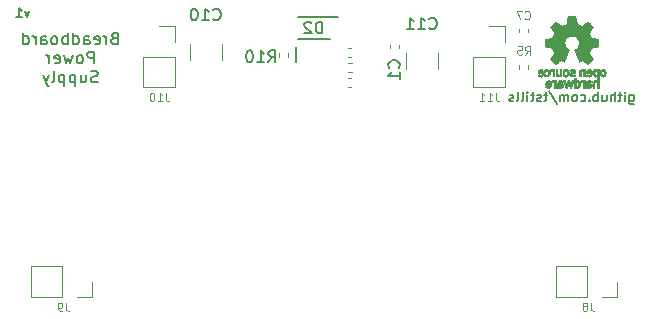
<source format=gbr>
%TF.GenerationSoftware,KiCad,Pcbnew,7.0.9*%
%TF.CreationDate,2024-01-09T19:01:58-07:00*%
%TF.ProjectId,Breadboard Power Supply,42726561-6462-46f6-9172-6420506f7765,v10*%
%TF.SameCoordinates,Original*%
%TF.FileFunction,Legend,Bot*%
%TF.FilePolarity,Positive*%
%FSLAX46Y46*%
G04 Gerber Fmt 4.6, Leading zero omitted, Abs format (unit mm)*
G04 Created by KiCad (PCBNEW 7.0.9) date 2024-01-09 19:01:58*
%MOMM*%
%LPD*%
G01*
G04 APERTURE LIST*
%ADD10C,0.150000*%
%ADD11C,0.200000*%
%ADD12C,0.100000*%
%ADD13C,0.010000*%
%ADD14C,0.120000*%
G04 APERTURE END LIST*
D10*
X103314428Y-76155961D02*
X103123952Y-76689295D01*
X103123952Y-76689295D02*
X102933475Y-76155961D01*
X102209666Y-76689295D02*
X102666809Y-76689295D01*
X102438237Y-76689295D02*
X102438237Y-75889295D01*
X102438237Y-75889295D02*
X102514428Y-76003580D01*
X102514428Y-76003580D02*
X102590618Y-76079771D01*
X102590618Y-76079771D02*
X102666809Y-76117866D01*
D11*
X110497476Y-78455409D02*
X110354619Y-78503028D01*
X110354619Y-78503028D02*
X110307000Y-78550647D01*
X110307000Y-78550647D02*
X110259381Y-78645885D01*
X110259381Y-78645885D02*
X110259381Y-78788742D01*
X110259381Y-78788742D02*
X110307000Y-78883980D01*
X110307000Y-78883980D02*
X110354619Y-78931600D01*
X110354619Y-78931600D02*
X110449857Y-78979219D01*
X110449857Y-78979219D02*
X110830809Y-78979219D01*
X110830809Y-78979219D02*
X110830809Y-77979219D01*
X110830809Y-77979219D02*
X110497476Y-77979219D01*
X110497476Y-77979219D02*
X110402238Y-78026838D01*
X110402238Y-78026838D02*
X110354619Y-78074457D01*
X110354619Y-78074457D02*
X110307000Y-78169695D01*
X110307000Y-78169695D02*
X110307000Y-78264933D01*
X110307000Y-78264933D02*
X110354619Y-78360171D01*
X110354619Y-78360171D02*
X110402238Y-78407790D01*
X110402238Y-78407790D02*
X110497476Y-78455409D01*
X110497476Y-78455409D02*
X110830809Y-78455409D01*
X109830809Y-78979219D02*
X109830809Y-78312552D01*
X109830809Y-78503028D02*
X109783190Y-78407790D01*
X109783190Y-78407790D02*
X109735571Y-78360171D01*
X109735571Y-78360171D02*
X109640333Y-78312552D01*
X109640333Y-78312552D02*
X109545095Y-78312552D01*
X108830809Y-78931600D02*
X108926047Y-78979219D01*
X108926047Y-78979219D02*
X109116523Y-78979219D01*
X109116523Y-78979219D02*
X109211761Y-78931600D01*
X109211761Y-78931600D02*
X109259380Y-78836361D01*
X109259380Y-78836361D02*
X109259380Y-78455409D01*
X109259380Y-78455409D02*
X109211761Y-78360171D01*
X109211761Y-78360171D02*
X109116523Y-78312552D01*
X109116523Y-78312552D02*
X108926047Y-78312552D01*
X108926047Y-78312552D02*
X108830809Y-78360171D01*
X108830809Y-78360171D02*
X108783190Y-78455409D01*
X108783190Y-78455409D02*
X108783190Y-78550647D01*
X108783190Y-78550647D02*
X109259380Y-78645885D01*
X107926047Y-78979219D02*
X107926047Y-78455409D01*
X107926047Y-78455409D02*
X107973666Y-78360171D01*
X107973666Y-78360171D02*
X108068904Y-78312552D01*
X108068904Y-78312552D02*
X108259380Y-78312552D01*
X108259380Y-78312552D02*
X108354618Y-78360171D01*
X107926047Y-78931600D02*
X108021285Y-78979219D01*
X108021285Y-78979219D02*
X108259380Y-78979219D01*
X108259380Y-78979219D02*
X108354618Y-78931600D01*
X108354618Y-78931600D02*
X108402237Y-78836361D01*
X108402237Y-78836361D02*
X108402237Y-78741123D01*
X108402237Y-78741123D02*
X108354618Y-78645885D01*
X108354618Y-78645885D02*
X108259380Y-78598266D01*
X108259380Y-78598266D02*
X108021285Y-78598266D01*
X108021285Y-78598266D02*
X107926047Y-78550647D01*
X107021285Y-78979219D02*
X107021285Y-77979219D01*
X107021285Y-78931600D02*
X107116523Y-78979219D01*
X107116523Y-78979219D02*
X107306999Y-78979219D01*
X107306999Y-78979219D02*
X107402237Y-78931600D01*
X107402237Y-78931600D02*
X107449856Y-78883980D01*
X107449856Y-78883980D02*
X107497475Y-78788742D01*
X107497475Y-78788742D02*
X107497475Y-78503028D01*
X107497475Y-78503028D02*
X107449856Y-78407790D01*
X107449856Y-78407790D02*
X107402237Y-78360171D01*
X107402237Y-78360171D02*
X107306999Y-78312552D01*
X107306999Y-78312552D02*
X107116523Y-78312552D01*
X107116523Y-78312552D02*
X107021285Y-78360171D01*
X106545094Y-78979219D02*
X106545094Y-77979219D01*
X106545094Y-78360171D02*
X106449856Y-78312552D01*
X106449856Y-78312552D02*
X106259380Y-78312552D01*
X106259380Y-78312552D02*
X106164142Y-78360171D01*
X106164142Y-78360171D02*
X106116523Y-78407790D01*
X106116523Y-78407790D02*
X106068904Y-78503028D01*
X106068904Y-78503028D02*
X106068904Y-78788742D01*
X106068904Y-78788742D02*
X106116523Y-78883980D01*
X106116523Y-78883980D02*
X106164142Y-78931600D01*
X106164142Y-78931600D02*
X106259380Y-78979219D01*
X106259380Y-78979219D02*
X106449856Y-78979219D01*
X106449856Y-78979219D02*
X106545094Y-78931600D01*
X105497475Y-78979219D02*
X105592713Y-78931600D01*
X105592713Y-78931600D02*
X105640332Y-78883980D01*
X105640332Y-78883980D02*
X105687951Y-78788742D01*
X105687951Y-78788742D02*
X105687951Y-78503028D01*
X105687951Y-78503028D02*
X105640332Y-78407790D01*
X105640332Y-78407790D02*
X105592713Y-78360171D01*
X105592713Y-78360171D02*
X105497475Y-78312552D01*
X105497475Y-78312552D02*
X105354618Y-78312552D01*
X105354618Y-78312552D02*
X105259380Y-78360171D01*
X105259380Y-78360171D02*
X105211761Y-78407790D01*
X105211761Y-78407790D02*
X105164142Y-78503028D01*
X105164142Y-78503028D02*
X105164142Y-78788742D01*
X105164142Y-78788742D02*
X105211761Y-78883980D01*
X105211761Y-78883980D02*
X105259380Y-78931600D01*
X105259380Y-78931600D02*
X105354618Y-78979219D01*
X105354618Y-78979219D02*
X105497475Y-78979219D01*
X104306999Y-78979219D02*
X104306999Y-78455409D01*
X104306999Y-78455409D02*
X104354618Y-78360171D01*
X104354618Y-78360171D02*
X104449856Y-78312552D01*
X104449856Y-78312552D02*
X104640332Y-78312552D01*
X104640332Y-78312552D02*
X104735570Y-78360171D01*
X104306999Y-78931600D02*
X104402237Y-78979219D01*
X104402237Y-78979219D02*
X104640332Y-78979219D01*
X104640332Y-78979219D02*
X104735570Y-78931600D01*
X104735570Y-78931600D02*
X104783189Y-78836361D01*
X104783189Y-78836361D02*
X104783189Y-78741123D01*
X104783189Y-78741123D02*
X104735570Y-78645885D01*
X104735570Y-78645885D02*
X104640332Y-78598266D01*
X104640332Y-78598266D02*
X104402237Y-78598266D01*
X104402237Y-78598266D02*
X104306999Y-78550647D01*
X103830808Y-78979219D02*
X103830808Y-78312552D01*
X103830808Y-78503028D02*
X103783189Y-78407790D01*
X103783189Y-78407790D02*
X103735570Y-78360171D01*
X103735570Y-78360171D02*
X103640332Y-78312552D01*
X103640332Y-78312552D02*
X103545094Y-78312552D01*
X102783189Y-78979219D02*
X102783189Y-77979219D01*
X102783189Y-78931600D02*
X102878427Y-78979219D01*
X102878427Y-78979219D02*
X103068903Y-78979219D01*
X103068903Y-78979219D02*
X103164141Y-78931600D01*
X103164141Y-78931600D02*
X103211760Y-78883980D01*
X103211760Y-78883980D02*
X103259379Y-78788742D01*
X103259379Y-78788742D02*
X103259379Y-78503028D01*
X103259379Y-78503028D02*
X103211760Y-78407790D01*
X103211760Y-78407790D02*
X103164141Y-78360171D01*
X103164141Y-78360171D02*
X103068903Y-78312552D01*
X103068903Y-78312552D02*
X102878427Y-78312552D01*
X102878427Y-78312552D02*
X102783189Y-78360171D01*
X108783190Y-80589219D02*
X108783190Y-79589219D01*
X108783190Y-79589219D02*
X108402238Y-79589219D01*
X108402238Y-79589219D02*
X108307000Y-79636838D01*
X108307000Y-79636838D02*
X108259381Y-79684457D01*
X108259381Y-79684457D02*
X108211762Y-79779695D01*
X108211762Y-79779695D02*
X108211762Y-79922552D01*
X108211762Y-79922552D02*
X108259381Y-80017790D01*
X108259381Y-80017790D02*
X108307000Y-80065409D01*
X108307000Y-80065409D02*
X108402238Y-80113028D01*
X108402238Y-80113028D02*
X108783190Y-80113028D01*
X107640333Y-80589219D02*
X107735571Y-80541600D01*
X107735571Y-80541600D02*
X107783190Y-80493980D01*
X107783190Y-80493980D02*
X107830809Y-80398742D01*
X107830809Y-80398742D02*
X107830809Y-80113028D01*
X107830809Y-80113028D02*
X107783190Y-80017790D01*
X107783190Y-80017790D02*
X107735571Y-79970171D01*
X107735571Y-79970171D02*
X107640333Y-79922552D01*
X107640333Y-79922552D02*
X107497476Y-79922552D01*
X107497476Y-79922552D02*
X107402238Y-79970171D01*
X107402238Y-79970171D02*
X107354619Y-80017790D01*
X107354619Y-80017790D02*
X107307000Y-80113028D01*
X107307000Y-80113028D02*
X107307000Y-80398742D01*
X107307000Y-80398742D02*
X107354619Y-80493980D01*
X107354619Y-80493980D02*
X107402238Y-80541600D01*
X107402238Y-80541600D02*
X107497476Y-80589219D01*
X107497476Y-80589219D02*
X107640333Y-80589219D01*
X106973666Y-79922552D02*
X106783190Y-80589219D01*
X106783190Y-80589219D02*
X106592714Y-80113028D01*
X106592714Y-80113028D02*
X106402238Y-80589219D01*
X106402238Y-80589219D02*
X106211762Y-79922552D01*
X105449857Y-80541600D02*
X105545095Y-80589219D01*
X105545095Y-80589219D02*
X105735571Y-80589219D01*
X105735571Y-80589219D02*
X105830809Y-80541600D01*
X105830809Y-80541600D02*
X105878428Y-80446361D01*
X105878428Y-80446361D02*
X105878428Y-80065409D01*
X105878428Y-80065409D02*
X105830809Y-79970171D01*
X105830809Y-79970171D02*
X105735571Y-79922552D01*
X105735571Y-79922552D02*
X105545095Y-79922552D01*
X105545095Y-79922552D02*
X105449857Y-79970171D01*
X105449857Y-79970171D02*
X105402238Y-80065409D01*
X105402238Y-80065409D02*
X105402238Y-80160647D01*
X105402238Y-80160647D02*
X105878428Y-80255885D01*
X104973666Y-80589219D02*
X104973666Y-79922552D01*
X104973666Y-80113028D02*
X104926047Y-80017790D01*
X104926047Y-80017790D02*
X104878428Y-79970171D01*
X104878428Y-79970171D02*
X104783190Y-79922552D01*
X104783190Y-79922552D02*
X104687952Y-79922552D01*
X109092714Y-82151600D02*
X108949857Y-82199219D01*
X108949857Y-82199219D02*
X108711762Y-82199219D01*
X108711762Y-82199219D02*
X108616524Y-82151600D01*
X108616524Y-82151600D02*
X108568905Y-82103980D01*
X108568905Y-82103980D02*
X108521286Y-82008742D01*
X108521286Y-82008742D02*
X108521286Y-81913504D01*
X108521286Y-81913504D02*
X108568905Y-81818266D01*
X108568905Y-81818266D02*
X108616524Y-81770647D01*
X108616524Y-81770647D02*
X108711762Y-81723028D01*
X108711762Y-81723028D02*
X108902238Y-81675409D01*
X108902238Y-81675409D02*
X108997476Y-81627790D01*
X108997476Y-81627790D02*
X109045095Y-81580171D01*
X109045095Y-81580171D02*
X109092714Y-81484933D01*
X109092714Y-81484933D02*
X109092714Y-81389695D01*
X109092714Y-81389695D02*
X109045095Y-81294457D01*
X109045095Y-81294457D02*
X108997476Y-81246838D01*
X108997476Y-81246838D02*
X108902238Y-81199219D01*
X108902238Y-81199219D02*
X108664143Y-81199219D01*
X108664143Y-81199219D02*
X108521286Y-81246838D01*
X107664143Y-81532552D02*
X107664143Y-82199219D01*
X108092714Y-81532552D02*
X108092714Y-82056361D01*
X108092714Y-82056361D02*
X108045095Y-82151600D01*
X108045095Y-82151600D02*
X107949857Y-82199219D01*
X107949857Y-82199219D02*
X107807000Y-82199219D01*
X107807000Y-82199219D02*
X107711762Y-82151600D01*
X107711762Y-82151600D02*
X107664143Y-82103980D01*
X107187952Y-81532552D02*
X107187952Y-82532552D01*
X107187952Y-81580171D02*
X107092714Y-81532552D01*
X107092714Y-81532552D02*
X106902238Y-81532552D01*
X106902238Y-81532552D02*
X106807000Y-81580171D01*
X106807000Y-81580171D02*
X106759381Y-81627790D01*
X106759381Y-81627790D02*
X106711762Y-81723028D01*
X106711762Y-81723028D02*
X106711762Y-82008742D01*
X106711762Y-82008742D02*
X106759381Y-82103980D01*
X106759381Y-82103980D02*
X106807000Y-82151600D01*
X106807000Y-82151600D02*
X106902238Y-82199219D01*
X106902238Y-82199219D02*
X107092714Y-82199219D01*
X107092714Y-82199219D02*
X107187952Y-82151600D01*
X106283190Y-81532552D02*
X106283190Y-82532552D01*
X106283190Y-81580171D02*
X106187952Y-81532552D01*
X106187952Y-81532552D02*
X105997476Y-81532552D01*
X105997476Y-81532552D02*
X105902238Y-81580171D01*
X105902238Y-81580171D02*
X105854619Y-81627790D01*
X105854619Y-81627790D02*
X105807000Y-81723028D01*
X105807000Y-81723028D02*
X105807000Y-82008742D01*
X105807000Y-82008742D02*
X105854619Y-82103980D01*
X105854619Y-82103980D02*
X105902238Y-82151600D01*
X105902238Y-82151600D02*
X105997476Y-82199219D01*
X105997476Y-82199219D02*
X106187952Y-82199219D01*
X106187952Y-82199219D02*
X106283190Y-82151600D01*
X105235571Y-82199219D02*
X105330809Y-82151600D01*
X105330809Y-82151600D02*
X105378428Y-82056361D01*
X105378428Y-82056361D02*
X105378428Y-81199219D01*
X104949856Y-81532552D02*
X104711761Y-82199219D01*
X104473666Y-81532552D02*
X104711761Y-82199219D01*
X104711761Y-82199219D02*
X104806999Y-82437314D01*
X104806999Y-82437314D02*
X104854618Y-82484933D01*
X104854618Y-82484933D02*
X104949856Y-82532552D01*
D10*
X154120238Y-83267961D02*
X154120238Y-83915580D01*
X154120238Y-83915580D02*
X154158333Y-83991771D01*
X154158333Y-83991771D02*
X154196429Y-84029866D01*
X154196429Y-84029866D02*
X154272619Y-84067961D01*
X154272619Y-84067961D02*
X154386905Y-84067961D01*
X154386905Y-84067961D02*
X154463095Y-84029866D01*
X154120238Y-83763200D02*
X154196429Y-83801295D01*
X154196429Y-83801295D02*
X154348810Y-83801295D01*
X154348810Y-83801295D02*
X154425000Y-83763200D01*
X154425000Y-83763200D02*
X154463095Y-83725104D01*
X154463095Y-83725104D02*
X154501191Y-83648914D01*
X154501191Y-83648914D02*
X154501191Y-83420342D01*
X154501191Y-83420342D02*
X154463095Y-83344152D01*
X154463095Y-83344152D02*
X154425000Y-83306057D01*
X154425000Y-83306057D02*
X154348810Y-83267961D01*
X154348810Y-83267961D02*
X154196429Y-83267961D01*
X154196429Y-83267961D02*
X154120238Y-83306057D01*
X153739285Y-83801295D02*
X153739285Y-83267961D01*
X153739285Y-83001295D02*
X153777381Y-83039390D01*
X153777381Y-83039390D02*
X153739285Y-83077485D01*
X153739285Y-83077485D02*
X153701190Y-83039390D01*
X153701190Y-83039390D02*
X153739285Y-83001295D01*
X153739285Y-83001295D02*
X153739285Y-83077485D01*
X153472619Y-83267961D02*
X153167857Y-83267961D01*
X153358333Y-83001295D02*
X153358333Y-83687009D01*
X153358333Y-83687009D02*
X153320238Y-83763200D01*
X153320238Y-83763200D02*
X153244048Y-83801295D01*
X153244048Y-83801295D02*
X153167857Y-83801295D01*
X152901190Y-83801295D02*
X152901190Y-83001295D01*
X152558333Y-83801295D02*
X152558333Y-83382247D01*
X152558333Y-83382247D02*
X152596428Y-83306057D01*
X152596428Y-83306057D02*
X152672619Y-83267961D01*
X152672619Y-83267961D02*
X152786905Y-83267961D01*
X152786905Y-83267961D02*
X152863095Y-83306057D01*
X152863095Y-83306057D02*
X152901190Y-83344152D01*
X151834523Y-83267961D02*
X151834523Y-83801295D01*
X152177380Y-83267961D02*
X152177380Y-83687009D01*
X152177380Y-83687009D02*
X152139285Y-83763200D01*
X152139285Y-83763200D02*
X152063095Y-83801295D01*
X152063095Y-83801295D02*
X151948809Y-83801295D01*
X151948809Y-83801295D02*
X151872618Y-83763200D01*
X151872618Y-83763200D02*
X151834523Y-83725104D01*
X151453570Y-83801295D02*
X151453570Y-83001295D01*
X151453570Y-83306057D02*
X151377380Y-83267961D01*
X151377380Y-83267961D02*
X151224999Y-83267961D01*
X151224999Y-83267961D02*
X151148808Y-83306057D01*
X151148808Y-83306057D02*
X151110713Y-83344152D01*
X151110713Y-83344152D02*
X151072618Y-83420342D01*
X151072618Y-83420342D02*
X151072618Y-83648914D01*
X151072618Y-83648914D02*
X151110713Y-83725104D01*
X151110713Y-83725104D02*
X151148808Y-83763200D01*
X151148808Y-83763200D02*
X151224999Y-83801295D01*
X151224999Y-83801295D02*
X151377380Y-83801295D01*
X151377380Y-83801295D02*
X151453570Y-83763200D01*
X150729760Y-83725104D02*
X150691665Y-83763200D01*
X150691665Y-83763200D02*
X150729760Y-83801295D01*
X150729760Y-83801295D02*
X150767856Y-83763200D01*
X150767856Y-83763200D02*
X150729760Y-83725104D01*
X150729760Y-83725104D02*
X150729760Y-83801295D01*
X150005951Y-83763200D02*
X150082142Y-83801295D01*
X150082142Y-83801295D02*
X150234523Y-83801295D01*
X150234523Y-83801295D02*
X150310713Y-83763200D01*
X150310713Y-83763200D02*
X150348808Y-83725104D01*
X150348808Y-83725104D02*
X150386904Y-83648914D01*
X150386904Y-83648914D02*
X150386904Y-83420342D01*
X150386904Y-83420342D02*
X150348808Y-83344152D01*
X150348808Y-83344152D02*
X150310713Y-83306057D01*
X150310713Y-83306057D02*
X150234523Y-83267961D01*
X150234523Y-83267961D02*
X150082142Y-83267961D01*
X150082142Y-83267961D02*
X150005951Y-83306057D01*
X149548809Y-83801295D02*
X149624999Y-83763200D01*
X149624999Y-83763200D02*
X149663094Y-83725104D01*
X149663094Y-83725104D02*
X149701190Y-83648914D01*
X149701190Y-83648914D02*
X149701190Y-83420342D01*
X149701190Y-83420342D02*
X149663094Y-83344152D01*
X149663094Y-83344152D02*
X149624999Y-83306057D01*
X149624999Y-83306057D02*
X149548809Y-83267961D01*
X149548809Y-83267961D02*
X149434523Y-83267961D01*
X149434523Y-83267961D02*
X149358332Y-83306057D01*
X149358332Y-83306057D02*
X149320237Y-83344152D01*
X149320237Y-83344152D02*
X149282142Y-83420342D01*
X149282142Y-83420342D02*
X149282142Y-83648914D01*
X149282142Y-83648914D02*
X149320237Y-83725104D01*
X149320237Y-83725104D02*
X149358332Y-83763200D01*
X149358332Y-83763200D02*
X149434523Y-83801295D01*
X149434523Y-83801295D02*
X149548809Y-83801295D01*
X148939284Y-83801295D02*
X148939284Y-83267961D01*
X148939284Y-83344152D02*
X148901189Y-83306057D01*
X148901189Y-83306057D02*
X148824999Y-83267961D01*
X148824999Y-83267961D02*
X148710713Y-83267961D01*
X148710713Y-83267961D02*
X148634522Y-83306057D01*
X148634522Y-83306057D02*
X148596427Y-83382247D01*
X148596427Y-83382247D02*
X148596427Y-83801295D01*
X148596427Y-83382247D02*
X148558332Y-83306057D01*
X148558332Y-83306057D02*
X148482141Y-83267961D01*
X148482141Y-83267961D02*
X148367856Y-83267961D01*
X148367856Y-83267961D02*
X148291665Y-83306057D01*
X148291665Y-83306057D02*
X148253570Y-83382247D01*
X148253570Y-83382247D02*
X148253570Y-83801295D01*
X147301189Y-82963200D02*
X147986903Y-83991771D01*
X147148808Y-83267961D02*
X146844046Y-83267961D01*
X147034522Y-83001295D02*
X147034522Y-83687009D01*
X147034522Y-83687009D02*
X146996427Y-83763200D01*
X146996427Y-83763200D02*
X146920237Y-83801295D01*
X146920237Y-83801295D02*
X146844046Y-83801295D01*
X146615475Y-83763200D02*
X146539284Y-83801295D01*
X146539284Y-83801295D02*
X146386903Y-83801295D01*
X146386903Y-83801295D02*
X146310713Y-83763200D01*
X146310713Y-83763200D02*
X146272617Y-83687009D01*
X146272617Y-83687009D02*
X146272617Y-83648914D01*
X146272617Y-83648914D02*
X146310713Y-83572723D01*
X146310713Y-83572723D02*
X146386903Y-83534628D01*
X146386903Y-83534628D02*
X146501189Y-83534628D01*
X146501189Y-83534628D02*
X146577379Y-83496533D01*
X146577379Y-83496533D02*
X146615475Y-83420342D01*
X146615475Y-83420342D02*
X146615475Y-83382247D01*
X146615475Y-83382247D02*
X146577379Y-83306057D01*
X146577379Y-83306057D02*
X146501189Y-83267961D01*
X146501189Y-83267961D02*
X146386903Y-83267961D01*
X146386903Y-83267961D02*
X146310713Y-83306057D01*
X146044046Y-83267961D02*
X145739284Y-83267961D01*
X145929760Y-83001295D02*
X145929760Y-83687009D01*
X145929760Y-83687009D02*
X145891665Y-83763200D01*
X145891665Y-83763200D02*
X145815475Y-83801295D01*
X145815475Y-83801295D02*
X145739284Y-83801295D01*
X145472617Y-83801295D02*
X145472617Y-83267961D01*
X145472617Y-83001295D02*
X145510713Y-83039390D01*
X145510713Y-83039390D02*
X145472617Y-83077485D01*
X145472617Y-83077485D02*
X145434522Y-83039390D01*
X145434522Y-83039390D02*
X145472617Y-83001295D01*
X145472617Y-83001295D02*
X145472617Y-83077485D01*
X144977380Y-83801295D02*
X145053570Y-83763200D01*
X145053570Y-83763200D02*
X145091665Y-83687009D01*
X145091665Y-83687009D02*
X145091665Y-83001295D01*
X144558332Y-83801295D02*
X144634522Y-83763200D01*
X144634522Y-83763200D02*
X144672617Y-83687009D01*
X144672617Y-83687009D02*
X144672617Y-83001295D01*
X144291665Y-83763200D02*
X144215474Y-83801295D01*
X144215474Y-83801295D02*
X144063093Y-83801295D01*
X144063093Y-83801295D02*
X143986903Y-83763200D01*
X143986903Y-83763200D02*
X143948807Y-83687009D01*
X143948807Y-83687009D02*
X143948807Y-83648914D01*
X143948807Y-83648914D02*
X143986903Y-83572723D01*
X143986903Y-83572723D02*
X144063093Y-83534628D01*
X144063093Y-83534628D02*
X144177379Y-83534628D01*
X144177379Y-83534628D02*
X144253569Y-83496533D01*
X144253569Y-83496533D02*
X144291665Y-83420342D01*
X144291665Y-83420342D02*
X144291665Y-83382247D01*
X144291665Y-83382247D02*
X144253569Y-83306057D01*
X144253569Y-83306057D02*
X144177379Y-83267961D01*
X144177379Y-83267961D02*
X144063093Y-83267961D01*
X144063093Y-83267961D02*
X143986903Y-83306057D01*
D12*
X145277666Y-76776466D02*
X145310999Y-76809800D01*
X145310999Y-76809800D02*
X145410999Y-76843133D01*
X145410999Y-76843133D02*
X145477666Y-76843133D01*
X145477666Y-76843133D02*
X145577666Y-76809800D01*
X145577666Y-76809800D02*
X145644333Y-76743133D01*
X145644333Y-76743133D02*
X145677666Y-76676466D01*
X145677666Y-76676466D02*
X145710999Y-76543133D01*
X145710999Y-76543133D02*
X145710999Y-76443133D01*
X145710999Y-76443133D02*
X145677666Y-76309800D01*
X145677666Y-76309800D02*
X145644333Y-76243133D01*
X145644333Y-76243133D02*
X145577666Y-76176466D01*
X145577666Y-76176466D02*
X145477666Y-76143133D01*
X145477666Y-76143133D02*
X145410999Y-76143133D01*
X145410999Y-76143133D02*
X145310999Y-76176466D01*
X145310999Y-76176466D02*
X145277666Y-76209800D01*
X145044333Y-76143133D02*
X144577666Y-76143133D01*
X144577666Y-76143133D02*
X144877666Y-76843133D01*
D11*
X128119094Y-78049219D02*
X128119094Y-77049219D01*
X128119094Y-77049219D02*
X127880999Y-77049219D01*
X127880999Y-77049219D02*
X127738142Y-77096838D01*
X127738142Y-77096838D02*
X127642904Y-77192076D01*
X127642904Y-77192076D02*
X127595285Y-77287314D01*
X127595285Y-77287314D02*
X127547666Y-77477790D01*
X127547666Y-77477790D02*
X127547666Y-77620647D01*
X127547666Y-77620647D02*
X127595285Y-77811123D01*
X127595285Y-77811123D02*
X127642904Y-77906361D01*
X127642904Y-77906361D02*
X127738142Y-78001600D01*
X127738142Y-78001600D02*
X127880999Y-78049219D01*
X127880999Y-78049219D02*
X128119094Y-78049219D01*
X127166713Y-77144457D02*
X127119094Y-77096838D01*
X127119094Y-77096838D02*
X127023856Y-77049219D01*
X127023856Y-77049219D02*
X126785761Y-77049219D01*
X126785761Y-77049219D02*
X126690523Y-77096838D01*
X126690523Y-77096838D02*
X126642904Y-77144457D01*
X126642904Y-77144457D02*
X126595285Y-77239695D01*
X126595285Y-77239695D02*
X126595285Y-77334933D01*
X126595285Y-77334933D02*
X126642904Y-77477790D01*
X126642904Y-77477790D02*
X127214332Y-78049219D01*
X127214332Y-78049219D02*
X126595285Y-78049219D01*
D12*
X114866666Y-83086133D02*
X114866666Y-83586133D01*
X114866666Y-83586133D02*
X114899999Y-83686133D01*
X114899999Y-83686133D02*
X114966666Y-83752800D01*
X114966666Y-83752800D02*
X115066666Y-83786133D01*
X115066666Y-83786133D02*
X115133333Y-83786133D01*
X114166666Y-83786133D02*
X114566666Y-83786133D01*
X114366666Y-83786133D02*
X114366666Y-83086133D01*
X114366666Y-83086133D02*
X114433333Y-83186133D01*
X114433333Y-83186133D02*
X114500000Y-83252800D01*
X114500000Y-83252800D02*
X114566666Y-83286133D01*
X113733333Y-83086133D02*
X113666666Y-83086133D01*
X113666666Y-83086133D02*
X113599999Y-83119466D01*
X113599999Y-83119466D02*
X113566666Y-83152800D01*
X113566666Y-83152800D02*
X113533333Y-83219466D01*
X113533333Y-83219466D02*
X113499999Y-83352800D01*
X113499999Y-83352800D02*
X113499999Y-83519466D01*
X113499999Y-83519466D02*
X113533333Y-83652800D01*
X113533333Y-83652800D02*
X113566666Y-83719466D01*
X113566666Y-83719466D02*
X113599999Y-83752800D01*
X113599999Y-83752800D02*
X113666666Y-83786133D01*
X113666666Y-83786133D02*
X113733333Y-83786133D01*
X113733333Y-83786133D02*
X113799999Y-83752800D01*
X113799999Y-83752800D02*
X113833333Y-83719466D01*
X113833333Y-83719466D02*
X113866666Y-83652800D01*
X113866666Y-83652800D02*
X113899999Y-83519466D01*
X113899999Y-83519466D02*
X113899999Y-83352800D01*
X113899999Y-83352800D02*
X113866666Y-83219466D01*
X113866666Y-83219466D02*
X113833333Y-83152800D01*
X113833333Y-83152800D02*
X113799999Y-83119466D01*
X113799999Y-83119466D02*
X113733333Y-83086133D01*
X150855333Y-100837633D02*
X150855333Y-101337633D01*
X150855333Y-101337633D02*
X150888666Y-101437633D01*
X150888666Y-101437633D02*
X150955333Y-101504300D01*
X150955333Y-101504300D02*
X151055333Y-101537633D01*
X151055333Y-101537633D02*
X151122000Y-101537633D01*
X150422000Y-101137633D02*
X150488667Y-101104300D01*
X150488667Y-101104300D02*
X150522000Y-101070966D01*
X150522000Y-101070966D02*
X150555333Y-101004300D01*
X150555333Y-101004300D02*
X150555333Y-100970966D01*
X150555333Y-100970966D02*
X150522000Y-100904300D01*
X150522000Y-100904300D02*
X150488667Y-100870966D01*
X150488667Y-100870966D02*
X150422000Y-100837633D01*
X150422000Y-100837633D02*
X150288667Y-100837633D01*
X150288667Y-100837633D02*
X150222000Y-100870966D01*
X150222000Y-100870966D02*
X150188667Y-100904300D01*
X150188667Y-100904300D02*
X150155333Y-100970966D01*
X150155333Y-100970966D02*
X150155333Y-101004300D01*
X150155333Y-101004300D02*
X150188667Y-101070966D01*
X150188667Y-101070966D02*
X150222000Y-101104300D01*
X150222000Y-101104300D02*
X150288667Y-101137633D01*
X150288667Y-101137633D02*
X150422000Y-101137633D01*
X150422000Y-101137633D02*
X150488667Y-101170966D01*
X150488667Y-101170966D02*
X150522000Y-101204300D01*
X150522000Y-101204300D02*
X150555333Y-101270966D01*
X150555333Y-101270966D02*
X150555333Y-101404300D01*
X150555333Y-101404300D02*
X150522000Y-101470966D01*
X150522000Y-101470966D02*
X150488667Y-101504300D01*
X150488667Y-101504300D02*
X150422000Y-101537633D01*
X150422000Y-101537633D02*
X150288667Y-101537633D01*
X150288667Y-101537633D02*
X150222000Y-101504300D01*
X150222000Y-101504300D02*
X150188667Y-101470966D01*
X150188667Y-101470966D02*
X150155333Y-101404300D01*
X150155333Y-101404300D02*
X150155333Y-101270966D01*
X150155333Y-101270966D02*
X150188667Y-101204300D01*
X150188667Y-101204300D02*
X150222000Y-101170966D01*
X150222000Y-101170966D02*
X150288667Y-101137633D01*
D10*
X123552792Y-80491460D02*
X123886125Y-80015269D01*
X124124220Y-80491460D02*
X124124220Y-79491460D01*
X124124220Y-79491460D02*
X123743268Y-79491460D01*
X123743268Y-79491460D02*
X123648030Y-79539079D01*
X123648030Y-79539079D02*
X123600411Y-79586698D01*
X123600411Y-79586698D02*
X123552792Y-79681936D01*
X123552792Y-79681936D02*
X123552792Y-79824793D01*
X123552792Y-79824793D02*
X123600411Y-79920031D01*
X123600411Y-79920031D02*
X123648030Y-79967650D01*
X123648030Y-79967650D02*
X123743268Y-80015269D01*
X123743268Y-80015269D02*
X124124220Y-80015269D01*
X122600411Y-80491460D02*
X123171839Y-80491460D01*
X122886125Y-80491460D02*
X122886125Y-79491460D01*
X122886125Y-79491460D02*
X122981363Y-79634317D01*
X122981363Y-79634317D02*
X123076601Y-79729555D01*
X123076601Y-79729555D02*
X123171839Y-79777174D01*
X121981363Y-79491460D02*
X121886125Y-79491460D01*
X121886125Y-79491460D02*
X121790887Y-79539079D01*
X121790887Y-79539079D02*
X121743268Y-79586698D01*
X121743268Y-79586698D02*
X121695649Y-79681936D01*
X121695649Y-79681936D02*
X121648030Y-79872412D01*
X121648030Y-79872412D02*
X121648030Y-80110507D01*
X121648030Y-80110507D02*
X121695649Y-80300983D01*
X121695649Y-80300983D02*
X121743268Y-80396221D01*
X121743268Y-80396221D02*
X121790887Y-80443841D01*
X121790887Y-80443841D02*
X121886125Y-80491460D01*
X121886125Y-80491460D02*
X121981363Y-80491460D01*
X121981363Y-80491460D02*
X122076601Y-80443841D01*
X122076601Y-80443841D02*
X122124220Y-80396221D01*
X122124220Y-80396221D02*
X122171839Y-80300983D01*
X122171839Y-80300983D02*
X122219458Y-80110507D01*
X122219458Y-80110507D02*
X122219458Y-79872412D01*
X122219458Y-79872412D02*
X122171839Y-79681936D01*
X122171839Y-79681936D02*
X122124220Y-79586698D01*
X122124220Y-79586698D02*
X122076601Y-79539079D01*
X122076601Y-79539079D02*
X121981363Y-79491460D01*
X137167857Y-77625580D02*
X137215476Y-77673200D01*
X137215476Y-77673200D02*
X137358333Y-77720819D01*
X137358333Y-77720819D02*
X137453571Y-77720819D01*
X137453571Y-77720819D02*
X137596428Y-77673200D01*
X137596428Y-77673200D02*
X137691666Y-77577961D01*
X137691666Y-77577961D02*
X137739285Y-77482723D01*
X137739285Y-77482723D02*
X137786904Y-77292247D01*
X137786904Y-77292247D02*
X137786904Y-77149390D01*
X137786904Y-77149390D02*
X137739285Y-76958914D01*
X137739285Y-76958914D02*
X137691666Y-76863676D01*
X137691666Y-76863676D02*
X137596428Y-76768438D01*
X137596428Y-76768438D02*
X137453571Y-76720819D01*
X137453571Y-76720819D02*
X137358333Y-76720819D01*
X137358333Y-76720819D02*
X137215476Y-76768438D01*
X137215476Y-76768438D02*
X137167857Y-76816057D01*
X136215476Y-77720819D02*
X136786904Y-77720819D01*
X136501190Y-77720819D02*
X136501190Y-76720819D01*
X136501190Y-76720819D02*
X136596428Y-76863676D01*
X136596428Y-76863676D02*
X136691666Y-76958914D01*
X136691666Y-76958914D02*
X136786904Y-77006533D01*
X135263095Y-77720819D02*
X135834523Y-77720819D01*
X135548809Y-77720819D02*
X135548809Y-76720819D01*
X135548809Y-76720819D02*
X135644047Y-76863676D01*
X135644047Y-76863676D02*
X135739285Y-76958914D01*
X135739285Y-76958914D02*
X135834523Y-77006533D01*
D12*
X142806666Y-83086133D02*
X142806666Y-83586133D01*
X142806666Y-83586133D02*
X142839999Y-83686133D01*
X142839999Y-83686133D02*
X142906666Y-83752800D01*
X142906666Y-83752800D02*
X143006666Y-83786133D01*
X143006666Y-83786133D02*
X143073333Y-83786133D01*
X142106666Y-83786133D02*
X142506666Y-83786133D01*
X142306666Y-83786133D02*
X142306666Y-83086133D01*
X142306666Y-83086133D02*
X142373333Y-83186133D01*
X142373333Y-83186133D02*
X142440000Y-83252800D01*
X142440000Y-83252800D02*
X142506666Y-83286133D01*
X141439999Y-83786133D02*
X141839999Y-83786133D01*
X141639999Y-83786133D02*
X141639999Y-83086133D01*
X141639999Y-83086133D02*
X141706666Y-83186133D01*
X141706666Y-83186133D02*
X141773333Y-83252800D01*
X141773333Y-83252800D02*
X141839999Y-83286133D01*
D10*
X134598580Y-80955458D02*
X134646200Y-80907839D01*
X134646200Y-80907839D02*
X134693819Y-80764982D01*
X134693819Y-80764982D02*
X134693819Y-80669744D01*
X134693819Y-80669744D02*
X134646200Y-80526887D01*
X134646200Y-80526887D02*
X134550961Y-80431649D01*
X134550961Y-80431649D02*
X134455723Y-80384030D01*
X134455723Y-80384030D02*
X134265247Y-80336411D01*
X134265247Y-80336411D02*
X134122390Y-80336411D01*
X134122390Y-80336411D02*
X133931914Y-80384030D01*
X133931914Y-80384030D02*
X133836676Y-80431649D01*
X133836676Y-80431649D02*
X133741438Y-80526887D01*
X133741438Y-80526887D02*
X133693819Y-80669744D01*
X133693819Y-80669744D02*
X133693819Y-80764982D01*
X133693819Y-80764982D02*
X133741438Y-80907839D01*
X133741438Y-80907839D02*
X133789057Y-80955458D01*
X134693819Y-81907839D02*
X134693819Y-81336411D01*
X134693819Y-81622125D02*
X133693819Y-81622125D01*
X133693819Y-81622125D02*
X133836676Y-81526887D01*
X133836676Y-81526887D02*
X133931914Y-81431649D01*
X133931914Y-81431649D02*
X133979533Y-81336411D01*
D12*
X145277666Y-79849133D02*
X145510999Y-79515800D01*
X145677666Y-79849133D02*
X145677666Y-79149133D01*
X145677666Y-79149133D02*
X145410999Y-79149133D01*
X145410999Y-79149133D02*
X145344333Y-79182466D01*
X145344333Y-79182466D02*
X145310999Y-79215800D01*
X145310999Y-79215800D02*
X145277666Y-79282466D01*
X145277666Y-79282466D02*
X145277666Y-79382466D01*
X145277666Y-79382466D02*
X145310999Y-79449133D01*
X145310999Y-79449133D02*
X145344333Y-79482466D01*
X145344333Y-79482466D02*
X145410999Y-79515800D01*
X145410999Y-79515800D02*
X145677666Y-79515800D01*
X144644333Y-79149133D02*
X144977666Y-79149133D01*
X144977666Y-79149133D02*
X145010999Y-79482466D01*
X145010999Y-79482466D02*
X144977666Y-79449133D01*
X144977666Y-79449133D02*
X144910999Y-79415800D01*
X144910999Y-79415800D02*
X144744333Y-79415800D01*
X144744333Y-79415800D02*
X144677666Y-79449133D01*
X144677666Y-79449133D02*
X144644333Y-79482466D01*
X144644333Y-79482466D02*
X144610999Y-79549133D01*
X144610999Y-79549133D02*
X144610999Y-79715800D01*
X144610999Y-79715800D02*
X144644333Y-79782466D01*
X144644333Y-79782466D02*
X144677666Y-79815800D01*
X144677666Y-79815800D02*
X144744333Y-79849133D01*
X144744333Y-79849133D02*
X144910999Y-79849133D01*
X144910999Y-79849133D02*
X144977666Y-79815800D01*
X144977666Y-79815800D02*
X145010999Y-79782466D01*
D10*
X118879857Y-76863580D02*
X118927476Y-76911200D01*
X118927476Y-76911200D02*
X119070333Y-76958819D01*
X119070333Y-76958819D02*
X119165571Y-76958819D01*
X119165571Y-76958819D02*
X119308428Y-76911200D01*
X119308428Y-76911200D02*
X119403666Y-76815961D01*
X119403666Y-76815961D02*
X119451285Y-76720723D01*
X119451285Y-76720723D02*
X119498904Y-76530247D01*
X119498904Y-76530247D02*
X119498904Y-76387390D01*
X119498904Y-76387390D02*
X119451285Y-76196914D01*
X119451285Y-76196914D02*
X119403666Y-76101676D01*
X119403666Y-76101676D02*
X119308428Y-76006438D01*
X119308428Y-76006438D02*
X119165571Y-75958819D01*
X119165571Y-75958819D02*
X119070333Y-75958819D01*
X119070333Y-75958819D02*
X118927476Y-76006438D01*
X118927476Y-76006438D02*
X118879857Y-76054057D01*
X117927476Y-76958819D02*
X118498904Y-76958819D01*
X118213190Y-76958819D02*
X118213190Y-75958819D01*
X118213190Y-75958819D02*
X118308428Y-76101676D01*
X118308428Y-76101676D02*
X118403666Y-76196914D01*
X118403666Y-76196914D02*
X118498904Y-76244533D01*
X117308428Y-75958819D02*
X117213190Y-75958819D01*
X117213190Y-75958819D02*
X117117952Y-76006438D01*
X117117952Y-76006438D02*
X117070333Y-76054057D01*
X117070333Y-76054057D02*
X117022714Y-76149295D01*
X117022714Y-76149295D02*
X116975095Y-76339771D01*
X116975095Y-76339771D02*
X116975095Y-76577866D01*
X116975095Y-76577866D02*
X117022714Y-76768342D01*
X117022714Y-76768342D02*
X117070333Y-76863580D01*
X117070333Y-76863580D02*
X117117952Y-76911200D01*
X117117952Y-76911200D02*
X117213190Y-76958819D01*
X117213190Y-76958819D02*
X117308428Y-76958819D01*
X117308428Y-76958819D02*
X117403666Y-76911200D01*
X117403666Y-76911200D02*
X117451285Y-76863580D01*
X117451285Y-76863580D02*
X117498904Y-76768342D01*
X117498904Y-76768342D02*
X117546523Y-76577866D01*
X117546523Y-76577866D02*
X117546523Y-76339771D01*
X117546523Y-76339771D02*
X117498904Y-76149295D01*
X117498904Y-76149295D02*
X117451285Y-76054057D01*
X117451285Y-76054057D02*
X117403666Y-76006438D01*
X117403666Y-76006438D02*
X117308428Y-75958819D01*
D12*
X106405333Y-100837633D02*
X106405333Y-101337633D01*
X106405333Y-101337633D02*
X106438666Y-101437633D01*
X106438666Y-101437633D02*
X106505333Y-101504300D01*
X106505333Y-101504300D02*
X106605333Y-101537633D01*
X106605333Y-101537633D02*
X106672000Y-101537633D01*
X106038667Y-101537633D02*
X105905333Y-101537633D01*
X105905333Y-101537633D02*
X105838667Y-101504300D01*
X105838667Y-101504300D02*
X105805333Y-101470966D01*
X105805333Y-101470966D02*
X105738667Y-101370966D01*
X105738667Y-101370966D02*
X105705333Y-101237633D01*
X105705333Y-101237633D02*
X105705333Y-100970966D01*
X105705333Y-100970966D02*
X105738667Y-100904300D01*
X105738667Y-100904300D02*
X105772000Y-100870966D01*
X105772000Y-100870966D02*
X105838667Y-100837633D01*
X105838667Y-100837633D02*
X105972000Y-100837633D01*
X105972000Y-100837633D02*
X106038667Y-100870966D01*
X106038667Y-100870966D02*
X106072000Y-100904300D01*
X106072000Y-100904300D02*
X106105333Y-100970966D01*
X106105333Y-100970966D02*
X106105333Y-101137633D01*
X106105333Y-101137633D02*
X106072000Y-101204300D01*
X106072000Y-101204300D02*
X106038667Y-101237633D01*
X106038667Y-101237633D02*
X105972000Y-101270966D01*
X105972000Y-101270966D02*
X105838667Y-101270966D01*
X105838667Y-101270966D02*
X105772000Y-101237633D01*
X105772000Y-101237633D02*
X105738667Y-101204300D01*
X105738667Y-101204300D02*
X105705333Y-101137633D01*
%TO.C,SYM1*%
D13*
X147512128Y-81082945D02*
X147542954Y-81092568D01*
X147580916Y-81108563D01*
X147599296Y-81117159D01*
X147612561Y-81118713D01*
X147615495Y-81106798D01*
X147615498Y-81106461D01*
X147621709Y-81095087D01*
X147643131Y-81089256D01*
X147684653Y-81087614D01*
X147753812Y-81087614D01*
X147753812Y-81691179D01*
X147615495Y-81691179D01*
X147615495Y-81275027D01*
X147581110Y-81243161D01*
X147570368Y-81234104D01*
X147538370Y-81218630D01*
X147498965Y-81218010D01*
X147445312Y-81231664D01*
X147427225Y-81232529D01*
X147406008Y-81219283D01*
X147377768Y-81187800D01*
X147364069Y-81170385D01*
X147347868Y-81145797D01*
X147345371Y-81130145D01*
X147354442Y-81116941D01*
X147382289Y-81100245D01*
X147425540Y-81087030D01*
X147472464Y-81080478D01*
X147512128Y-81082945D01*
G36*
X147512128Y-81082945D02*
G01*
X147542954Y-81092568D01*
X147580916Y-81108563D01*
X147599296Y-81117159D01*
X147612561Y-81118713D01*
X147615495Y-81106798D01*
X147615498Y-81106461D01*
X147621709Y-81095087D01*
X147643131Y-81089256D01*
X147684653Y-81087614D01*
X147753812Y-81087614D01*
X147753812Y-81691179D01*
X147615495Y-81691179D01*
X147615495Y-81275027D01*
X147581110Y-81243161D01*
X147570368Y-81234104D01*
X147538370Y-81218630D01*
X147498965Y-81218010D01*
X147445312Y-81231664D01*
X147427225Y-81232529D01*
X147406008Y-81219283D01*
X147377768Y-81187800D01*
X147364069Y-81170385D01*
X147347868Y-81145797D01*
X147345371Y-81130145D01*
X147354442Y-81116941D01*
X147382289Y-81100245D01*
X147425540Y-81087030D01*
X147472464Y-81080478D01*
X147512128Y-81082945D01*
G37*
X147695265Y-82038965D02*
X147733255Y-82056745D01*
X147766386Y-82082806D01*
X147766386Y-82056745D01*
X147767211Y-82046849D01*
X147774893Y-82036358D01*
X147795667Y-82031725D01*
X147835544Y-82030683D01*
X147904703Y-82030683D01*
X147904703Y-82646822D01*
X147766386Y-82646822D01*
X147766386Y-82446226D01*
X147766369Y-82434710D01*
X147765189Y-82353758D01*
X147762294Y-82287817D01*
X147757888Y-82240258D01*
X147752181Y-82214452D01*
X147746940Y-82204710D01*
X147714676Y-82174156D01*
X147670730Y-82160631D01*
X147622743Y-82166941D01*
X147610973Y-82171217D01*
X147585898Y-82178776D01*
X147568762Y-82176428D01*
X147551518Y-82161064D01*
X147526124Y-82129571D01*
X147484936Y-82077568D01*
X147513886Y-82054125D01*
X147541405Y-82040015D01*
X147589745Y-82030486D01*
X147644230Y-82030174D01*
X147695265Y-82038965D01*
G36*
X147695265Y-82038965D02*
G01*
X147733255Y-82056745D01*
X147766386Y-82082806D01*
X147766386Y-82056745D01*
X147767211Y-82046849D01*
X147774893Y-82036358D01*
X147795667Y-82031725D01*
X147835544Y-82030683D01*
X147904703Y-82030683D01*
X147904703Y-82646822D01*
X147766386Y-82646822D01*
X147766386Y-82446226D01*
X147766369Y-82434710D01*
X147765189Y-82353758D01*
X147762294Y-82287817D01*
X147757888Y-82240258D01*
X147752181Y-82214452D01*
X147746940Y-82204710D01*
X147714676Y-82174156D01*
X147670730Y-82160631D01*
X147622743Y-82166941D01*
X147610973Y-82171217D01*
X147585898Y-82178776D01*
X147568762Y-82176428D01*
X147551518Y-82161064D01*
X147526124Y-82129571D01*
X147484936Y-82077568D01*
X147513886Y-82054125D01*
X147541405Y-82040015D01*
X147589745Y-82030486D01*
X147644230Y-82030174D01*
X147695265Y-82038965D01*
G37*
X150318960Y-82646822D02*
X150193218Y-82646822D01*
X150193218Y-82452740D01*
X150193078Y-82407594D01*
X150191649Y-82332823D01*
X150188029Y-82277467D01*
X150181434Y-82237702D01*
X150171079Y-82209700D01*
X150156178Y-82189635D01*
X150135946Y-82173681D01*
X150113859Y-82161792D01*
X150087705Y-82158421D01*
X150050508Y-82165917D01*
X150038555Y-82169038D01*
X150008718Y-82173735D01*
X149987383Y-82167005D01*
X149962655Y-82146177D01*
X149957963Y-82141647D01*
X149932020Y-82113626D01*
X149915291Y-82090843D01*
X149912996Y-82085355D01*
X149917543Y-82065088D01*
X149940602Y-82048884D01*
X149976995Y-82037513D01*
X150021544Y-82031740D01*
X150069072Y-82032334D01*
X150114400Y-82040063D01*
X150152351Y-82055694D01*
X150164381Y-82062993D01*
X150184632Y-82073676D01*
X150192129Y-82071230D01*
X150193218Y-82055647D01*
X150193473Y-82050053D01*
X150199539Y-82037660D01*
X150218356Y-82032020D01*
X150256089Y-82030683D01*
X150318960Y-82030683D01*
X150318960Y-82646822D01*
G36*
X150318960Y-82646822D02*
G01*
X150193218Y-82646822D01*
X150193218Y-82452740D01*
X150193078Y-82407594D01*
X150191649Y-82332823D01*
X150188029Y-82277467D01*
X150181434Y-82237702D01*
X150171079Y-82209700D01*
X150156178Y-82189635D01*
X150135946Y-82173681D01*
X150113859Y-82161792D01*
X150087705Y-82158421D01*
X150050508Y-82165917D01*
X150038555Y-82169038D01*
X150008718Y-82173735D01*
X149987383Y-82167005D01*
X149962655Y-82146177D01*
X149957963Y-82141647D01*
X149932020Y-82113626D01*
X149915291Y-82090843D01*
X149912996Y-82085355D01*
X149917543Y-82065088D01*
X149940602Y-82048884D01*
X149976995Y-82037513D01*
X150021544Y-82031740D01*
X150069072Y-82032334D01*
X150114400Y-82040063D01*
X150152351Y-82055694D01*
X150164381Y-82062993D01*
X150184632Y-82073676D01*
X150192129Y-82071230D01*
X150193218Y-82055647D01*
X150193473Y-82050053D01*
X150199539Y-82037660D01*
X150218356Y-82032020D01*
X150256089Y-82030683D01*
X150318960Y-82030683D01*
X150318960Y-82646822D01*
G37*
X148005297Y-81283342D02*
X148006357Y-81371394D01*
X148010509Y-81442510D01*
X148018921Y-81494199D01*
X148032757Y-81529360D01*
X148053182Y-81550889D01*
X148081364Y-81561682D01*
X148118465Y-81564636D01*
X148153890Y-81562000D01*
X148182500Y-81551679D01*
X148203296Y-81530772D01*
X148217442Y-81496381D01*
X148226103Y-81445610D01*
X148230445Y-81375563D01*
X148231633Y-81283342D01*
X148231633Y-81087614D01*
X148357376Y-81087614D01*
X148357376Y-81323578D01*
X148357160Y-81386561D01*
X148355484Y-81468007D01*
X148351277Y-81530121D01*
X148343521Y-81576458D01*
X148331196Y-81610573D01*
X148313285Y-81636022D01*
X148288767Y-81656362D01*
X148256623Y-81675147D01*
X148189125Y-81698928D01*
X148118681Y-81700480D01*
X148052264Y-81678580D01*
X148023286Y-81664383D01*
X148008909Y-81662261D01*
X148005297Y-81672293D01*
X147999299Y-81683556D01*
X147977830Y-81689489D01*
X147936138Y-81691179D01*
X147866980Y-81691179D01*
X147866980Y-81087614D01*
X148005297Y-81087614D01*
X148005297Y-81283342D01*
G36*
X148005297Y-81283342D02*
G01*
X148006357Y-81371394D01*
X148010509Y-81442510D01*
X148018921Y-81494199D01*
X148032757Y-81529360D01*
X148053182Y-81550889D01*
X148081364Y-81561682D01*
X148118465Y-81564636D01*
X148153890Y-81562000D01*
X148182500Y-81551679D01*
X148203296Y-81530772D01*
X148217442Y-81496381D01*
X148226103Y-81445610D01*
X148230445Y-81375563D01*
X148231633Y-81283342D01*
X148231633Y-81087614D01*
X148357376Y-81087614D01*
X148357376Y-81323578D01*
X148357160Y-81386561D01*
X148355484Y-81468007D01*
X148351277Y-81530121D01*
X148343521Y-81576458D01*
X148331196Y-81610573D01*
X148313285Y-81636022D01*
X148288767Y-81656362D01*
X148256623Y-81675147D01*
X148189125Y-81698928D01*
X148118681Y-81700480D01*
X148052264Y-81678580D01*
X148023286Y-81664383D01*
X148008909Y-81662261D01*
X148005297Y-81672293D01*
X147999299Y-81683556D01*
X147977830Y-81689489D01*
X147936138Y-81691179D01*
X147866980Y-81691179D01*
X147866980Y-81087614D01*
X148005297Y-81087614D01*
X148005297Y-81283342D01*
G37*
X150107605Y-81086424D02*
X150164926Y-81104434D01*
X150190199Y-81116674D01*
X150202910Y-81117938D01*
X150205792Y-81106798D01*
X150205795Y-81106461D01*
X150212006Y-81095087D01*
X150233428Y-81089256D01*
X150274950Y-81087614D01*
X150344109Y-81087614D01*
X150344109Y-81691179D01*
X150205792Y-81691179D01*
X150205792Y-81483132D01*
X150205697Y-81412879D01*
X150205051Y-81355170D01*
X150203320Y-81314787D01*
X150199974Y-81287615D01*
X150194481Y-81269540D01*
X150186310Y-81256447D01*
X150174928Y-81244221D01*
X150159424Y-81231217D01*
X150114843Y-81213745D01*
X150068047Y-81218873D01*
X150025180Y-81246507D01*
X150012927Y-81259368D01*
X150004132Y-81272384D01*
X149998233Y-81289706D01*
X149994651Y-81315501D01*
X149992809Y-81353939D01*
X149992128Y-81409189D01*
X149992030Y-81485418D01*
X149992030Y-81691179D01*
X149853713Y-81691179D01*
X149853989Y-81467985D01*
X149854008Y-81458044D01*
X149855207Y-81363106D01*
X149858891Y-81289358D01*
X149866006Y-81233214D01*
X149877500Y-81191087D01*
X149894318Y-81159391D01*
X149917409Y-81134541D01*
X149947717Y-81112950D01*
X149979012Y-81098002D01*
X150042037Y-81084421D01*
X150107605Y-81086424D01*
G36*
X150107605Y-81086424D02*
G01*
X150164926Y-81104434D01*
X150190199Y-81116674D01*
X150202910Y-81117938D01*
X150205792Y-81106798D01*
X150205795Y-81106461D01*
X150212006Y-81095087D01*
X150233428Y-81089256D01*
X150274950Y-81087614D01*
X150344109Y-81087614D01*
X150344109Y-81691179D01*
X150205792Y-81691179D01*
X150205792Y-81483132D01*
X150205697Y-81412879D01*
X150205051Y-81355170D01*
X150203320Y-81314787D01*
X150199974Y-81287615D01*
X150194481Y-81269540D01*
X150186310Y-81256447D01*
X150174928Y-81244221D01*
X150159424Y-81231217D01*
X150114843Y-81213745D01*
X150068047Y-81218873D01*
X150025180Y-81246507D01*
X150012927Y-81259368D01*
X150004132Y-81272384D01*
X149998233Y-81289706D01*
X149994651Y-81315501D01*
X149992809Y-81353939D01*
X149992128Y-81409189D01*
X149992030Y-81485418D01*
X149992030Y-81691179D01*
X149853713Y-81691179D01*
X149853989Y-81467985D01*
X149854008Y-81458044D01*
X149855207Y-81363106D01*
X149858891Y-81289358D01*
X149866006Y-81233214D01*
X149877500Y-81191087D01*
X149894318Y-81159391D01*
X149917409Y-81134541D01*
X149947717Y-81112950D01*
X149979012Y-81098002D01*
X150042037Y-81084421D01*
X150107605Y-81086424D01*
G37*
X147158409Y-81090493D02*
X147227021Y-81117224D01*
X147285048Y-81161351D01*
X147327907Y-81221958D01*
X147330801Y-81228137D01*
X147349176Y-81288409D01*
X147358357Y-81360407D01*
X147358285Y-81435369D01*
X147348901Y-81504536D01*
X147330149Y-81559149D01*
X147306995Y-81597212D01*
X147256030Y-81651135D01*
X147192306Y-81685411D01*
X147137785Y-81699272D01*
X147054767Y-81700785D01*
X146975326Y-81679882D01*
X146904879Y-81637464D01*
X146859284Y-81599880D01*
X146900351Y-81557510D01*
X146926296Y-81532409D01*
X146949764Y-81518434D01*
X146971524Y-81521511D01*
X146999356Y-81540287D01*
X147010454Y-81547638D01*
X147057337Y-81562683D01*
X147111224Y-81562673D01*
X147161675Y-81547168D01*
X147180672Y-81534716D01*
X147208537Y-81497946D01*
X147222506Y-81443939D01*
X147223405Y-81370331D01*
X147223403Y-81370289D01*
X147213009Y-81304433D01*
X147190114Y-81258772D01*
X147152439Y-81230528D01*
X147097708Y-81216920D01*
X147063241Y-81215090D01*
X147033126Y-81222584D01*
X147002240Y-81244295D01*
X146962272Y-81277926D01*
X146911656Y-81237250D01*
X146893163Y-81221667D01*
X146870065Y-81199340D01*
X146861039Y-81186183D01*
X146864236Y-81180253D01*
X146882646Y-81162048D01*
X146911973Y-81138895D01*
X146934920Y-81123830D01*
X147007774Y-81092880D01*
X147083799Y-81082073D01*
X147158409Y-81090493D01*
G36*
X147158409Y-81090493D02*
G01*
X147227021Y-81117224D01*
X147285048Y-81161351D01*
X147327907Y-81221958D01*
X147330801Y-81228137D01*
X147349176Y-81288409D01*
X147358357Y-81360407D01*
X147358285Y-81435369D01*
X147348901Y-81504536D01*
X147330149Y-81559149D01*
X147306995Y-81597212D01*
X147256030Y-81651135D01*
X147192306Y-81685411D01*
X147137785Y-81699272D01*
X147054767Y-81700785D01*
X146975326Y-81679882D01*
X146904879Y-81637464D01*
X146859284Y-81599880D01*
X146900351Y-81557510D01*
X146926296Y-81532409D01*
X146949764Y-81518434D01*
X146971524Y-81521511D01*
X146999356Y-81540287D01*
X147010454Y-81547638D01*
X147057337Y-81562683D01*
X147111224Y-81562673D01*
X147161675Y-81547168D01*
X147180672Y-81534716D01*
X147208537Y-81497946D01*
X147222506Y-81443939D01*
X147223405Y-81370331D01*
X147223403Y-81370289D01*
X147213009Y-81304433D01*
X147190114Y-81258772D01*
X147152439Y-81230528D01*
X147097708Y-81216920D01*
X147063241Y-81215090D01*
X147033126Y-81222584D01*
X147002240Y-81244295D01*
X146962272Y-81277926D01*
X146911656Y-81237250D01*
X146893163Y-81221667D01*
X146870065Y-81199340D01*
X146861039Y-81186183D01*
X146864236Y-81180253D01*
X146882646Y-81162048D01*
X146911973Y-81138895D01*
X146934920Y-81123830D01*
X147007774Y-81092880D01*
X147083799Y-81082073D01*
X147158409Y-81090493D01*
G37*
X148957857Y-81432771D02*
X148954349Y-81472565D01*
X148938844Y-81548538D01*
X148911110Y-81606511D01*
X148868898Y-81650300D01*
X148809960Y-81683722D01*
X148787076Y-81691676D01*
X148727812Y-81701601D01*
X148665447Y-81701331D01*
X148612823Y-81690430D01*
X148611789Y-81690034D01*
X148569381Y-81665087D01*
X148526537Y-81626468D01*
X148490986Y-81582306D01*
X148470459Y-81540727D01*
X148464374Y-81510334D01*
X148459164Y-81453429D01*
X148458291Y-81402705D01*
X148584976Y-81402705D01*
X148592549Y-81463545D01*
X148610341Y-81513538D01*
X148637296Y-81546204D01*
X148647513Y-81551812D01*
X148686473Y-81562007D01*
X148731536Y-81564104D01*
X148769448Y-81557020D01*
X148784244Y-81546861D01*
X148805014Y-81511334D01*
X148818083Y-81455732D01*
X148822624Y-81382766D01*
X148822551Y-81361762D01*
X148820974Y-81319203D01*
X148815728Y-81291439D01*
X148804723Y-81270925D01*
X148785868Y-81250112D01*
X148749989Y-81224887D01*
X148703280Y-81214573D01*
X148658151Y-81224396D01*
X148620680Y-81252805D01*
X148596943Y-81298253D01*
X148588675Y-81337497D01*
X148584976Y-81402705D01*
X148458291Y-81402705D01*
X148458049Y-81388621D01*
X148460844Y-81324116D01*
X148467366Y-81268121D01*
X148477432Y-81228842D01*
X148500877Y-81184372D01*
X148550637Y-81129692D01*
X148614238Y-81095055D01*
X148689790Y-81081345D01*
X148775399Y-81089448D01*
X148789644Y-81092899D01*
X148855982Y-81122664D01*
X148905971Y-81171530D01*
X148939612Y-81239501D01*
X148956906Y-81326580D01*
X148957410Y-81382766D01*
X148957857Y-81432771D01*
G36*
X148957857Y-81432771D02*
G01*
X148954349Y-81472565D01*
X148938844Y-81548538D01*
X148911110Y-81606511D01*
X148868898Y-81650300D01*
X148809960Y-81683722D01*
X148787076Y-81691676D01*
X148727812Y-81701601D01*
X148665447Y-81701331D01*
X148612823Y-81690430D01*
X148611789Y-81690034D01*
X148569381Y-81665087D01*
X148526537Y-81626468D01*
X148490986Y-81582306D01*
X148470459Y-81540727D01*
X148464374Y-81510334D01*
X148459164Y-81453429D01*
X148458291Y-81402705D01*
X148584976Y-81402705D01*
X148592549Y-81463545D01*
X148610341Y-81513538D01*
X148637296Y-81546204D01*
X148647513Y-81551812D01*
X148686473Y-81562007D01*
X148731536Y-81564104D01*
X148769448Y-81557020D01*
X148784244Y-81546861D01*
X148805014Y-81511334D01*
X148818083Y-81455732D01*
X148822624Y-81382766D01*
X148822551Y-81361762D01*
X148820974Y-81319203D01*
X148815728Y-81291439D01*
X148804723Y-81270925D01*
X148785868Y-81250112D01*
X148749989Y-81224887D01*
X148703280Y-81214573D01*
X148658151Y-81224396D01*
X148620680Y-81252805D01*
X148596943Y-81298253D01*
X148588675Y-81337497D01*
X148584976Y-81402705D01*
X148458291Y-81402705D01*
X148458049Y-81388621D01*
X148460844Y-81324116D01*
X148467366Y-81268121D01*
X148477432Y-81228842D01*
X148500877Y-81184372D01*
X148550637Y-81129692D01*
X148614238Y-81095055D01*
X148689790Y-81081345D01*
X148775399Y-81089448D01*
X148789644Y-81092899D01*
X148855982Y-81122664D01*
X148905971Y-81171530D01*
X148939612Y-81239501D01*
X148956906Y-81326580D01*
X148957410Y-81382766D01*
X148957857Y-81432771D01*
G37*
X149057997Y-82228130D02*
X149074997Y-82278850D01*
X149095107Y-82334997D01*
X149111899Y-82377532D01*
X149123986Y-82402990D01*
X149129980Y-82407903D01*
X149131426Y-82403630D01*
X149139254Y-82377422D01*
X149151723Y-82333649D01*
X149167447Y-82277211D01*
X149185043Y-82213010D01*
X149232914Y-82036971D01*
X149306007Y-82033152D01*
X149312177Y-82032846D01*
X149351592Y-82032441D01*
X149370533Y-82036487D01*
X149372945Y-82045726D01*
X149369898Y-82054749D01*
X149359874Y-82085632D01*
X149344180Y-82134544D01*
X149323934Y-82197987D01*
X149300256Y-82272462D01*
X149274263Y-82354471D01*
X149181736Y-82646822D01*
X149065993Y-82646822D01*
X149011457Y-82461352D01*
X149001386Y-82427294D01*
X148982775Y-82365378D01*
X148966872Y-82313787D01*
X148955109Y-82277130D01*
X148948918Y-82260018D01*
X148947154Y-82258741D01*
X148938571Y-82269779D01*
X148926316Y-82298969D01*
X148912426Y-82341750D01*
X148911692Y-82344263D01*
X148893096Y-82407400D01*
X148871818Y-82478889D01*
X148852321Y-82543734D01*
X148820705Y-82648122D01*
X148762402Y-82644328D01*
X148704098Y-82640535D01*
X148650098Y-82470782D01*
X148626390Y-82396193D01*
X148599833Y-82312539D01*
X148574404Y-82232342D01*
X148553354Y-82165857D01*
X148510609Y-82030683D01*
X148653612Y-82030683D01*
X148688274Y-82159570D01*
X148697488Y-82193625D01*
X148714915Y-82257115D01*
X148731054Y-82314874D01*
X148743322Y-82357614D01*
X148763709Y-82426773D01*
X148893745Y-82036971D01*
X148943476Y-82033237D01*
X148993206Y-82029504D01*
X149057997Y-82228130D01*
G36*
X149057997Y-82228130D02*
G01*
X149074997Y-82278850D01*
X149095107Y-82334997D01*
X149111899Y-82377532D01*
X149123986Y-82402990D01*
X149129980Y-82407903D01*
X149131426Y-82403630D01*
X149139254Y-82377422D01*
X149151723Y-82333649D01*
X149167447Y-82277211D01*
X149185043Y-82213010D01*
X149232914Y-82036971D01*
X149306007Y-82033152D01*
X149312177Y-82032846D01*
X149351592Y-82032441D01*
X149370533Y-82036487D01*
X149372945Y-82045726D01*
X149369898Y-82054749D01*
X149359874Y-82085632D01*
X149344180Y-82134544D01*
X149323934Y-82197987D01*
X149300256Y-82272462D01*
X149274263Y-82354471D01*
X149181736Y-82646822D01*
X149065993Y-82646822D01*
X149011457Y-82461352D01*
X149001386Y-82427294D01*
X148982775Y-82365378D01*
X148966872Y-82313787D01*
X148955109Y-82277130D01*
X148948918Y-82260018D01*
X148947154Y-82258741D01*
X148938571Y-82269779D01*
X148926316Y-82298969D01*
X148912426Y-82341750D01*
X148911692Y-82344263D01*
X148893096Y-82407400D01*
X148871818Y-82478889D01*
X148852321Y-82543734D01*
X148820705Y-82648122D01*
X148762402Y-82644328D01*
X148704098Y-82640535D01*
X148650098Y-82470782D01*
X148626390Y-82396193D01*
X148599833Y-82312539D01*
X148574404Y-82232342D01*
X148553354Y-82165857D01*
X148510609Y-82030683D01*
X148653612Y-82030683D01*
X148688274Y-82159570D01*
X148697488Y-82193625D01*
X148714915Y-82257115D01*
X148731054Y-82314874D01*
X148743322Y-82357614D01*
X148763709Y-82426773D01*
X148893745Y-82036971D01*
X148943476Y-82033237D01*
X148993206Y-82029504D01*
X149057997Y-82228130D01*
G37*
X152089997Y-81423931D02*
X152088373Y-81463310D01*
X152084688Y-81511332D01*
X152078410Y-81545368D01*
X152068044Y-81572338D01*
X152052092Y-81599158D01*
X152051412Y-81600175D01*
X152012132Y-81643629D01*
X151964072Y-81676772D01*
X151908185Y-81696439D01*
X151834666Y-81702824D01*
X151762609Y-81690268D01*
X151698201Y-81660011D01*
X151647627Y-81613294D01*
X151633108Y-81591221D01*
X151605993Y-81522602D01*
X151592546Y-81437939D01*
X151592776Y-81416523D01*
X151727920Y-81416523D01*
X151728174Y-81456574D01*
X151732421Y-81483313D01*
X151742096Y-81503859D01*
X151758638Y-81525331D01*
X151781593Y-81546639D01*
X151827505Y-81565653D01*
X151876802Y-81562122D01*
X151923917Y-81535694D01*
X151937207Y-81523072D01*
X151951397Y-81501465D01*
X151959266Y-81471094D01*
X151963726Y-81423770D01*
X151964955Y-81388219D01*
X151958224Y-81315620D01*
X151937567Y-81263642D01*
X151902894Y-81231999D01*
X151862249Y-81216847D01*
X151813777Y-81218123D01*
X151768845Y-81243703D01*
X151758103Y-81253442D01*
X151744548Y-81270480D01*
X151736505Y-81292772D01*
X151732043Y-81326947D01*
X151729228Y-81379638D01*
X151727920Y-81416523D01*
X151592776Y-81416523D01*
X151593583Y-81341351D01*
X151594907Y-81327651D01*
X151613374Y-81239908D01*
X151647540Y-81171793D01*
X151697479Y-81123231D01*
X151763261Y-81094148D01*
X151844961Y-81084471D01*
X151875828Y-81085379D01*
X151939128Y-81096493D01*
X151990889Y-81123021D01*
X152039147Y-81168436D01*
X152046865Y-81177551D01*
X152067681Y-81208248D01*
X152081362Y-81243007D01*
X152088948Y-81287056D01*
X152091479Y-81345621D01*
X152090672Y-81388219D01*
X152089997Y-81423931D01*
G36*
X152089997Y-81423931D02*
G01*
X152088373Y-81463310D01*
X152084688Y-81511332D01*
X152078410Y-81545368D01*
X152068044Y-81572338D01*
X152052092Y-81599158D01*
X152051412Y-81600175D01*
X152012132Y-81643629D01*
X151964072Y-81676772D01*
X151908185Y-81696439D01*
X151834666Y-81702824D01*
X151762609Y-81690268D01*
X151698201Y-81660011D01*
X151647627Y-81613294D01*
X151633108Y-81591221D01*
X151605993Y-81522602D01*
X151592546Y-81437939D01*
X151592776Y-81416523D01*
X151727920Y-81416523D01*
X151728174Y-81456574D01*
X151732421Y-81483313D01*
X151742096Y-81503859D01*
X151758638Y-81525331D01*
X151781593Y-81546639D01*
X151827505Y-81565653D01*
X151876802Y-81562122D01*
X151923917Y-81535694D01*
X151937207Y-81523072D01*
X151951397Y-81501465D01*
X151959266Y-81471094D01*
X151963726Y-81423770D01*
X151964955Y-81388219D01*
X151958224Y-81315620D01*
X151937567Y-81263642D01*
X151902894Y-81231999D01*
X151862249Y-81216847D01*
X151813777Y-81218123D01*
X151768845Y-81243703D01*
X151758103Y-81253442D01*
X151744548Y-81270480D01*
X151736505Y-81292772D01*
X151732043Y-81326947D01*
X151729228Y-81379638D01*
X151727920Y-81416523D01*
X151592776Y-81416523D01*
X151593583Y-81341351D01*
X151594907Y-81327651D01*
X151613374Y-81239908D01*
X151647540Y-81171793D01*
X151697479Y-81123231D01*
X151763261Y-81094148D01*
X151844961Y-81084471D01*
X151875828Y-81085379D01*
X151939128Y-81096493D01*
X151990889Y-81123021D01*
X152039147Y-81168436D01*
X152046865Y-81177551D01*
X152067681Y-81208248D01*
X152081362Y-81243007D01*
X152088948Y-81287056D01*
X152091479Y-81345621D01*
X152090672Y-81388219D01*
X152089997Y-81423931D01*
G37*
X149915761Y-82385813D02*
X149914167Y-82439571D01*
X149910962Y-82477018D01*
X149910413Y-82480450D01*
X149888838Y-82541835D01*
X149849438Y-82593877D01*
X149797752Y-82629135D01*
X149742248Y-82643729D01*
X149673977Y-82642597D01*
X149611173Y-82623029D01*
X149594815Y-82614771D01*
X149573779Y-82605923D01*
X149565774Y-82608676D01*
X149564505Y-82623029D01*
X149563922Y-82630186D01*
X149556394Y-82640772D01*
X149535488Y-82645645D01*
X149495346Y-82646822D01*
X149426188Y-82646822D01*
X149426188Y-82344930D01*
X149564505Y-82344930D01*
X149565496Y-82397230D01*
X149569519Y-82432050D01*
X149578108Y-82455905D01*
X149592797Y-82475895D01*
X149631584Y-82505618D01*
X149676974Y-82515582D01*
X149720989Y-82503260D01*
X149758060Y-82468888D01*
X149767859Y-82443735D01*
X149775097Y-82399194D01*
X149778279Y-82345155D01*
X149777277Y-82289728D01*
X149771961Y-82241022D01*
X149762204Y-82207148D01*
X149759087Y-82201593D01*
X149729038Y-82173674D01*
X149688315Y-82161306D01*
X149644579Y-82164183D01*
X149605491Y-82182000D01*
X149578710Y-82214452D01*
X149577603Y-82217181D01*
X149570963Y-82247634D01*
X149566278Y-82293139D01*
X149564505Y-82344930D01*
X149426188Y-82344930D01*
X149426188Y-81791773D01*
X149564505Y-81791773D01*
X149564505Y-82084878D01*
X149590124Y-82061693D01*
X149614792Y-82047282D01*
X149661480Y-82035236D01*
X149716056Y-82031354D01*
X149769354Y-82036120D01*
X149812207Y-82050014D01*
X149842878Y-82069779D01*
X149874471Y-82103449D01*
X149895733Y-82148730D01*
X149908514Y-82209981D01*
X149914664Y-82291563D01*
X149915568Y-82324540D01*
X149915633Y-82345155D01*
X149915761Y-82385813D01*
G36*
X149915761Y-82385813D02*
G01*
X149914167Y-82439571D01*
X149910962Y-82477018D01*
X149910413Y-82480450D01*
X149888838Y-82541835D01*
X149849438Y-82593877D01*
X149797752Y-82629135D01*
X149742248Y-82643729D01*
X149673977Y-82642597D01*
X149611173Y-82623029D01*
X149594815Y-82614771D01*
X149573779Y-82605923D01*
X149565774Y-82608676D01*
X149564505Y-82623029D01*
X149563922Y-82630186D01*
X149556394Y-82640772D01*
X149535488Y-82645645D01*
X149495346Y-82646822D01*
X149426188Y-82646822D01*
X149426188Y-82344930D01*
X149564505Y-82344930D01*
X149565496Y-82397230D01*
X149569519Y-82432050D01*
X149578108Y-82455905D01*
X149592797Y-82475895D01*
X149631584Y-82505618D01*
X149676974Y-82515582D01*
X149720989Y-82503260D01*
X149758060Y-82468888D01*
X149767859Y-82443735D01*
X149775097Y-82399194D01*
X149778279Y-82345155D01*
X149777277Y-82289728D01*
X149771961Y-82241022D01*
X149762204Y-82207148D01*
X149759087Y-82201593D01*
X149729038Y-82173674D01*
X149688315Y-82161306D01*
X149644579Y-82164183D01*
X149605491Y-82182000D01*
X149578710Y-82214452D01*
X149577603Y-82217181D01*
X149570963Y-82247634D01*
X149566278Y-82293139D01*
X149564505Y-82344930D01*
X149426188Y-82344930D01*
X149426188Y-81791773D01*
X149564505Y-81791773D01*
X149564505Y-82084878D01*
X149590124Y-82061693D01*
X149614792Y-82047282D01*
X149661480Y-82035236D01*
X149716056Y-82031354D01*
X149769354Y-82036120D01*
X149812207Y-82050014D01*
X149842878Y-82069779D01*
X149874471Y-82103449D01*
X149895733Y-82148730D01*
X149908514Y-82209981D01*
X149914664Y-82291563D01*
X149915568Y-82324540D01*
X149915633Y-82345155D01*
X149915761Y-82385813D01*
G37*
X146844444Y-81348878D02*
X146842825Y-81445121D01*
X146842615Y-81447014D01*
X146824535Y-81535325D01*
X146791870Y-81603986D01*
X146743601Y-81654506D01*
X146678713Y-81688393D01*
X146666801Y-81692268D01*
X146592971Y-81703688D01*
X146516614Y-81697320D01*
X146445626Y-81674563D01*
X146387904Y-81636819D01*
X146344667Y-81596872D01*
X146390625Y-81560532D01*
X146436583Y-81524193D01*
X146491969Y-81551101D01*
X146556056Y-81572905D01*
X146612632Y-81573558D01*
X146658920Y-81553525D01*
X146692230Y-81513315D01*
X146704171Y-81489222D01*
X146710837Y-81468630D01*
X146706980Y-81454720D01*
X146689675Y-81446181D01*
X146655997Y-81441704D01*
X146603021Y-81439978D01*
X146527822Y-81439693D01*
X146345495Y-81439693D01*
X146345495Y-81352492D01*
X146346857Y-81314210D01*
X146475234Y-81314210D01*
X146481399Y-81321251D01*
X146499654Y-81324916D01*
X146534352Y-81326306D01*
X146589846Y-81326525D01*
X146619603Y-81326176D01*
X146666562Y-81323867D01*
X146698416Y-81319822D01*
X146710148Y-81314542D01*
X146707146Y-81295062D01*
X146685988Y-81257786D01*
X146650731Y-81227164D01*
X146608699Y-81208668D01*
X146567220Y-81207773D01*
X146535997Y-81222604D01*
X146500618Y-81256355D01*
X146478122Y-81298233D01*
X146476805Y-81302690D01*
X146475234Y-81314210D01*
X146346857Y-81314210D01*
X146347136Y-81306371D01*
X146351955Y-81260740D01*
X146358840Y-81229893D01*
X146363859Y-81218117D01*
X146400390Y-81165667D01*
X146453175Y-81121921D01*
X146514904Y-81093279D01*
X146547102Y-81085457D01*
X146623820Y-81081896D01*
X146692179Y-81100009D01*
X146750299Y-81137779D01*
X146796302Y-81193191D01*
X146828310Y-81264229D01*
X146837900Y-81314542D01*
X146844444Y-81348878D01*
G36*
X146844444Y-81348878D02*
G01*
X146842825Y-81445121D01*
X146842615Y-81447014D01*
X146824535Y-81535325D01*
X146791870Y-81603986D01*
X146743601Y-81654506D01*
X146678713Y-81688393D01*
X146666801Y-81692268D01*
X146592971Y-81703688D01*
X146516614Y-81697320D01*
X146445626Y-81674563D01*
X146387904Y-81636819D01*
X146344667Y-81596872D01*
X146390625Y-81560532D01*
X146436583Y-81524193D01*
X146491969Y-81551101D01*
X146556056Y-81572905D01*
X146612632Y-81573558D01*
X146658920Y-81553525D01*
X146692230Y-81513315D01*
X146704171Y-81489222D01*
X146710837Y-81468630D01*
X146706980Y-81454720D01*
X146689675Y-81446181D01*
X146655997Y-81441704D01*
X146603021Y-81439978D01*
X146527822Y-81439693D01*
X146345495Y-81439693D01*
X146345495Y-81352492D01*
X146346857Y-81314210D01*
X146475234Y-81314210D01*
X146481399Y-81321251D01*
X146499654Y-81324916D01*
X146534352Y-81326306D01*
X146589846Y-81326525D01*
X146619603Y-81326176D01*
X146666562Y-81323867D01*
X146698416Y-81319822D01*
X146710148Y-81314542D01*
X146707146Y-81295062D01*
X146685988Y-81257786D01*
X146650731Y-81227164D01*
X146608699Y-81208668D01*
X146567220Y-81207773D01*
X146535997Y-81222604D01*
X146500618Y-81256355D01*
X146478122Y-81298233D01*
X146476805Y-81302690D01*
X146475234Y-81314210D01*
X146346857Y-81314210D01*
X146347136Y-81306371D01*
X146351955Y-81260740D01*
X146358840Y-81229893D01*
X146363859Y-81218117D01*
X146400390Y-81165667D01*
X146453175Y-81121921D01*
X146514904Y-81093279D01*
X146547102Y-81085457D01*
X146623820Y-81081896D01*
X146692179Y-81100009D01*
X146750299Y-81137779D01*
X146796302Y-81193191D01*
X146828310Y-81264229D01*
X146837900Y-81314542D01*
X146844444Y-81348878D01*
G37*
X149323874Y-81087207D02*
X149396495Y-81105408D01*
X149449546Y-81139144D01*
X149483329Y-81188642D01*
X149498147Y-81254126D01*
X149495147Y-81316820D01*
X149473493Y-81369699D01*
X149431967Y-81408796D01*
X149369736Y-81434873D01*
X149285969Y-81448695D01*
X149231540Y-81455940D01*
X149181860Y-81471615D01*
X149156211Y-81494314D01*
X149154662Y-81523998D01*
X149164984Y-81542507D01*
X149196951Y-81564443D01*
X149242395Y-81574818D01*
X149295649Y-81573399D01*
X149351048Y-81559952D01*
X149402928Y-81534243D01*
X149454653Y-81500013D01*
X149500148Y-81546049D01*
X149545643Y-81592084D01*
X149507921Y-81622876D01*
X149493253Y-81633574D01*
X149451983Y-81657880D01*
X149407327Y-81678825D01*
X149371984Y-81690845D01*
X149320234Y-81699552D01*
X149256435Y-81699667D01*
X149178200Y-81690081D01*
X149107722Y-81665783D01*
X149057836Y-81627188D01*
X149028423Y-81574198D01*
X149019365Y-81506718D01*
X149025921Y-81447354D01*
X149046970Y-81398752D01*
X149084864Y-81363946D01*
X149142004Y-81340798D01*
X149220785Y-81327170D01*
X149229834Y-81326183D01*
X149278885Y-81319892D01*
X149318675Y-81313309D01*
X149341312Y-81307708D01*
X149348866Y-81303197D01*
X149361637Y-81279941D01*
X149359563Y-81250171D01*
X149342495Y-81224327D01*
X149333533Y-81218691D01*
X149296188Y-81209660D01*
X149247950Y-81210267D01*
X149197650Y-81219878D01*
X149154115Y-81237858D01*
X149108372Y-81264847D01*
X149072890Y-81223384D01*
X149064280Y-81212850D01*
X149044883Y-81184632D01*
X149036897Y-81165508D01*
X149045283Y-81153781D01*
X149071226Y-81135476D01*
X149108688Y-81115777D01*
X149113966Y-81113370D01*
X149163366Y-81094482D01*
X149210983Y-81085452D01*
X149270072Y-81083639D01*
X149323874Y-81087207D01*
G36*
X149323874Y-81087207D02*
G01*
X149396495Y-81105408D01*
X149449546Y-81139144D01*
X149483329Y-81188642D01*
X149498147Y-81254126D01*
X149495147Y-81316820D01*
X149473493Y-81369699D01*
X149431967Y-81408796D01*
X149369736Y-81434873D01*
X149285969Y-81448695D01*
X149231540Y-81455940D01*
X149181860Y-81471615D01*
X149156211Y-81494314D01*
X149154662Y-81523998D01*
X149164984Y-81542507D01*
X149196951Y-81564443D01*
X149242395Y-81574818D01*
X149295649Y-81573399D01*
X149351048Y-81559952D01*
X149402928Y-81534243D01*
X149454653Y-81500013D01*
X149500148Y-81546049D01*
X149545643Y-81592084D01*
X149507921Y-81622876D01*
X149493253Y-81633574D01*
X149451983Y-81657880D01*
X149407327Y-81678825D01*
X149371984Y-81690845D01*
X149320234Y-81699552D01*
X149256435Y-81699667D01*
X149178200Y-81690081D01*
X149107722Y-81665783D01*
X149057836Y-81627188D01*
X149028423Y-81574198D01*
X149019365Y-81506718D01*
X149025921Y-81447354D01*
X149046970Y-81398752D01*
X149084864Y-81363946D01*
X149142004Y-81340798D01*
X149220785Y-81327170D01*
X149229834Y-81326183D01*
X149278885Y-81319892D01*
X149318675Y-81313309D01*
X149341312Y-81307708D01*
X149348866Y-81303197D01*
X149361637Y-81279941D01*
X149359563Y-81250171D01*
X149342495Y-81224327D01*
X149333533Y-81218691D01*
X149296188Y-81209660D01*
X149247950Y-81210267D01*
X149197650Y-81219878D01*
X149154115Y-81237858D01*
X149108372Y-81264847D01*
X149072890Y-81223384D01*
X149064280Y-81212850D01*
X149044883Y-81184632D01*
X149036897Y-81165508D01*
X149045283Y-81153781D01*
X149071226Y-81135476D01*
X149108688Y-81115777D01*
X149113966Y-81113370D01*
X149163366Y-81094482D01*
X149210983Y-81085452D01*
X149270072Y-81083639D01*
X149323874Y-81087207D01*
G37*
X147489353Y-82338753D02*
X147487718Y-82385692D01*
X147472827Y-82475459D01*
X147442185Y-82546045D01*
X147395524Y-82597952D01*
X147332574Y-82631686D01*
X147312235Y-82637647D01*
X147239612Y-82645971D01*
X147162928Y-82638946D01*
X147093663Y-82617265D01*
X147069262Y-82604959D01*
X147034275Y-82583879D01*
X147013072Y-82566534D01*
X147009942Y-82562571D01*
X147004085Y-82548077D01*
X147012524Y-82532321D01*
X147038221Y-82508460D01*
X147050622Y-82498072D01*
X147075052Y-82479063D01*
X147087861Y-82471293D01*
X147091530Y-82472094D01*
X147112561Y-82480745D01*
X147143960Y-82495931D01*
X147154197Y-82500926D01*
X147214590Y-82519475D01*
X147267057Y-82514694D01*
X147313065Y-82486500D01*
X147318419Y-82481291D01*
X147344013Y-82448659D01*
X147358637Y-82417342D01*
X147366736Y-82382763D01*
X146986782Y-82382763D01*
X146986852Y-82316748D01*
X146986892Y-82310182D01*
X146992022Y-82257218D01*
X147125099Y-82257218D01*
X147126670Y-82268203D01*
X147134738Y-82275773D01*
X147153967Y-82279975D01*
X147189019Y-82281783D01*
X147244554Y-82282169D01*
X147275429Y-82281768D01*
X147321002Y-82279429D01*
X147352348Y-82275465D01*
X147364010Y-82270413D01*
X147354064Y-82228827D01*
X147324947Y-82190013D01*
X147282952Y-82163086D01*
X147234440Y-82153772D01*
X147198723Y-82164272D01*
X147163020Y-82189940D01*
X147135879Y-82223381D01*
X147125099Y-82257218D01*
X146992022Y-82257218D01*
X146994758Y-82228965D01*
X147017655Y-82162895D01*
X147057607Y-82105940D01*
X147081979Y-82081848D01*
X147132315Y-82049597D01*
X147192419Y-82033970D01*
X147268338Y-82032871D01*
X147305010Y-82037179D01*
X147372703Y-82059549D01*
X147424530Y-82100263D01*
X147460945Y-82159949D01*
X147482401Y-82239236D01*
X147484579Y-82270413D01*
X147489353Y-82338753D01*
G36*
X147489353Y-82338753D02*
G01*
X147487718Y-82385692D01*
X147472827Y-82475459D01*
X147442185Y-82546045D01*
X147395524Y-82597952D01*
X147332574Y-82631686D01*
X147312235Y-82637647D01*
X147239612Y-82645971D01*
X147162928Y-82638946D01*
X147093663Y-82617265D01*
X147069262Y-82604959D01*
X147034275Y-82583879D01*
X147013072Y-82566534D01*
X147009942Y-82562571D01*
X147004085Y-82548077D01*
X147012524Y-82532321D01*
X147038221Y-82508460D01*
X147050622Y-82498072D01*
X147075052Y-82479063D01*
X147087861Y-82471293D01*
X147091530Y-82472094D01*
X147112561Y-82480745D01*
X147143960Y-82495931D01*
X147154197Y-82500926D01*
X147214590Y-82519475D01*
X147267057Y-82514694D01*
X147313065Y-82486500D01*
X147318419Y-82481291D01*
X147344013Y-82448659D01*
X147358637Y-82417342D01*
X147366736Y-82382763D01*
X146986782Y-82382763D01*
X146986852Y-82316748D01*
X146986892Y-82310182D01*
X146992022Y-82257218D01*
X147125099Y-82257218D01*
X147126670Y-82268203D01*
X147134738Y-82275773D01*
X147153967Y-82279975D01*
X147189019Y-82281783D01*
X147244554Y-82282169D01*
X147275429Y-82281768D01*
X147321002Y-82279429D01*
X147352348Y-82275465D01*
X147364010Y-82270413D01*
X147354064Y-82228827D01*
X147324947Y-82190013D01*
X147282952Y-82163086D01*
X147234440Y-82153772D01*
X147198723Y-82164272D01*
X147163020Y-82189940D01*
X147135879Y-82223381D01*
X147125099Y-82257218D01*
X146992022Y-82257218D01*
X146994758Y-82228965D01*
X147017655Y-82162895D01*
X147057607Y-82105940D01*
X147081979Y-82081848D01*
X147132315Y-82049597D01*
X147192419Y-82033970D01*
X147268338Y-82032871D01*
X147305010Y-82037179D01*
X147372703Y-82059549D01*
X147424530Y-82100263D01*
X147460945Y-82159949D01*
X147482401Y-82239236D01*
X147484579Y-82270413D01*
X147489353Y-82338753D01*
G37*
X150932022Y-81313861D02*
X150936421Y-81401936D01*
X150935322Y-81440371D01*
X150922926Y-81524367D01*
X150895608Y-81590595D01*
X150851941Y-81641784D01*
X150790495Y-81680663D01*
X150730888Y-81698812D01*
X150656110Y-81702284D01*
X150580664Y-81688930D01*
X150513366Y-81659425D01*
X150488428Y-81643012D01*
X150460951Y-81621973D01*
X150448414Y-81608129D01*
X150449124Y-81602417D01*
X150463158Y-81582955D01*
X150489533Y-81559376D01*
X150535240Y-81524513D01*
X150588799Y-81551262D01*
X150603282Y-81557882D01*
X150645916Y-81572273D01*
X150681649Y-81578010D01*
X150707998Y-81573282D01*
X150749347Y-81550514D01*
X150784104Y-81515170D01*
X150803983Y-81474273D01*
X150812083Y-81439693D01*
X150432129Y-81439693D01*
X150432199Y-81373679D01*
X150432774Y-81352757D01*
X150436972Y-81307862D01*
X150570445Y-81307862D01*
X150570690Y-81310434D01*
X150577604Y-81318443D01*
X150597141Y-81323364D01*
X150633467Y-81325843D01*
X150690748Y-81326525D01*
X150709575Y-81326517D01*
X150758470Y-81326065D01*
X150787863Y-81324113D01*
X150802115Y-81319558D01*
X150805582Y-81311299D01*
X150802625Y-81298233D01*
X150802173Y-81296752D01*
X150776699Y-81251285D01*
X150736539Y-81219981D01*
X150688651Y-81208327D01*
X150670949Y-81209259D01*
X150638094Y-81220408D01*
X150606575Y-81248763D01*
X150598085Y-81258789D01*
X150578336Y-81287423D01*
X150570445Y-81307862D01*
X150436972Y-81307862D01*
X150437512Y-81302091D01*
X150445459Y-81260166D01*
X150454168Y-81236696D01*
X150484790Y-81185646D01*
X150525799Y-81139283D01*
X150569168Y-81107514D01*
X150581699Y-81101614D01*
X150654661Y-81082046D01*
X150729168Y-81084109D01*
X150799217Y-81106931D01*
X150858807Y-81149639D01*
X150891038Y-81189025D01*
X150917392Y-81244510D01*
X150931482Y-81311299D01*
X150932022Y-81313861D01*
G36*
X150932022Y-81313861D02*
G01*
X150936421Y-81401936D01*
X150935322Y-81440371D01*
X150922926Y-81524367D01*
X150895608Y-81590595D01*
X150851941Y-81641784D01*
X150790495Y-81680663D01*
X150730888Y-81698812D01*
X150656110Y-81702284D01*
X150580664Y-81688930D01*
X150513366Y-81659425D01*
X150488428Y-81643012D01*
X150460951Y-81621973D01*
X150448414Y-81608129D01*
X150449124Y-81602417D01*
X150463158Y-81582955D01*
X150489533Y-81559376D01*
X150535240Y-81524513D01*
X150588799Y-81551262D01*
X150603282Y-81557882D01*
X150645916Y-81572273D01*
X150681649Y-81578010D01*
X150707998Y-81573282D01*
X150749347Y-81550514D01*
X150784104Y-81515170D01*
X150803983Y-81474273D01*
X150812083Y-81439693D01*
X150432129Y-81439693D01*
X150432199Y-81373679D01*
X150432774Y-81352757D01*
X150436972Y-81307862D01*
X150570445Y-81307862D01*
X150570690Y-81310434D01*
X150577604Y-81318443D01*
X150597141Y-81323364D01*
X150633467Y-81325843D01*
X150690748Y-81326525D01*
X150709575Y-81326517D01*
X150758470Y-81326065D01*
X150787863Y-81324113D01*
X150802115Y-81319558D01*
X150805582Y-81311299D01*
X150802625Y-81298233D01*
X150802173Y-81296752D01*
X150776699Y-81251285D01*
X150736539Y-81219981D01*
X150688651Y-81208327D01*
X150670949Y-81209259D01*
X150638094Y-81220408D01*
X150606575Y-81248763D01*
X150598085Y-81258789D01*
X150578336Y-81287423D01*
X150570445Y-81307862D01*
X150436972Y-81307862D01*
X150437512Y-81302091D01*
X150445459Y-81260166D01*
X150454168Y-81236696D01*
X150484790Y-81185646D01*
X150525799Y-81139283D01*
X150569168Y-81107514D01*
X150581699Y-81101614D01*
X150654661Y-81082046D01*
X150729168Y-81084109D01*
X150799217Y-81106931D01*
X150858807Y-81149639D01*
X150891038Y-81189025D01*
X150917392Y-81244510D01*
X150931482Y-81311299D01*
X150932022Y-81313861D01*
G37*
X148514413Y-82481333D02*
X148499244Y-82538419D01*
X148466277Y-82587255D01*
X148416270Y-82622386D01*
X148411362Y-82624521D01*
X148356646Y-82639903D01*
X148294993Y-82645899D01*
X148236376Y-82642233D01*
X148190767Y-82628629D01*
X148172549Y-82619754D01*
X148159179Y-82617637D01*
X148156188Y-82628706D01*
X148150524Y-82638942D01*
X148128607Y-82645038D01*
X148086068Y-82646822D01*
X148015948Y-82646822D01*
X148019680Y-82426773D01*
X148156188Y-82426773D01*
X148160924Y-82459666D01*
X148181336Y-82495931D01*
X148188871Y-82502597D01*
X148219753Y-82516620D01*
X148266213Y-82520228D01*
X148294090Y-82518819D01*
X148346255Y-82508204D01*
X148378587Y-82488425D01*
X148389492Y-82460824D01*
X148377374Y-82426743D01*
X148370304Y-82417824D01*
X148338724Y-82397818D01*
X148288744Y-82386395D01*
X148217487Y-82382763D01*
X148156188Y-82382763D01*
X148156188Y-82426773D01*
X148019680Y-82426773D01*
X148020053Y-82404768D01*
X148021169Y-82348794D01*
X148024106Y-82264996D01*
X148029058Y-82200920D01*
X148037002Y-82153073D01*
X148048917Y-82117962D01*
X148065780Y-82092093D01*
X148088572Y-82071974D01*
X148118269Y-82054110D01*
X148133589Y-82047290D01*
X148186589Y-82034417D01*
X148250513Y-82029095D01*
X148316602Y-82031227D01*
X148376099Y-82040714D01*
X148420247Y-82057461D01*
X148435604Y-82067185D01*
X148470960Y-82096005D01*
X148482926Y-82120137D01*
X148480020Y-82124800D01*
X148461909Y-82141088D01*
X148432672Y-82162817D01*
X148417725Y-82172987D01*
X148392270Y-82187397D01*
X148375728Y-82188773D01*
X148360370Y-82178827D01*
X148322094Y-82158684D01*
X148270590Y-82150400D01*
X148217957Y-82156742D01*
X148216961Y-82157030D01*
X148179838Y-82173158D01*
X148161463Y-82198405D01*
X148156380Y-82240158D01*
X148156188Y-82279879D01*
X148287423Y-82284168D01*
X148308331Y-82284873D01*
X148361043Y-82287326D01*
X148396381Y-82291180D01*
X148420267Y-82297878D01*
X148438624Y-82308864D01*
X148457376Y-82325580D01*
X148488337Y-82364244D01*
X148511029Y-82421456D01*
X148513254Y-82460824D01*
X148514413Y-82481333D01*
G36*
X148514413Y-82481333D02*
G01*
X148499244Y-82538419D01*
X148466277Y-82587255D01*
X148416270Y-82622386D01*
X148411362Y-82624521D01*
X148356646Y-82639903D01*
X148294993Y-82645899D01*
X148236376Y-82642233D01*
X148190767Y-82628629D01*
X148172549Y-82619754D01*
X148159179Y-82617637D01*
X148156188Y-82628706D01*
X148150524Y-82638942D01*
X148128607Y-82645038D01*
X148086068Y-82646822D01*
X148015948Y-82646822D01*
X148019680Y-82426773D01*
X148156188Y-82426773D01*
X148160924Y-82459666D01*
X148181336Y-82495931D01*
X148188871Y-82502597D01*
X148219753Y-82516620D01*
X148266213Y-82520228D01*
X148294090Y-82518819D01*
X148346255Y-82508204D01*
X148378587Y-82488425D01*
X148389492Y-82460824D01*
X148377374Y-82426743D01*
X148370304Y-82417824D01*
X148338724Y-82397818D01*
X148288744Y-82386395D01*
X148217487Y-82382763D01*
X148156188Y-82382763D01*
X148156188Y-82426773D01*
X148019680Y-82426773D01*
X148020053Y-82404768D01*
X148021169Y-82348794D01*
X148024106Y-82264996D01*
X148029058Y-82200920D01*
X148037002Y-82153073D01*
X148048917Y-82117962D01*
X148065780Y-82092093D01*
X148088572Y-82071974D01*
X148118269Y-82054110D01*
X148133589Y-82047290D01*
X148186589Y-82034417D01*
X148250513Y-82029095D01*
X148316602Y-82031227D01*
X148376099Y-82040714D01*
X148420247Y-82057461D01*
X148435604Y-82067185D01*
X148470960Y-82096005D01*
X148482926Y-82120137D01*
X148480020Y-82124800D01*
X148461909Y-82141088D01*
X148432672Y-82162817D01*
X148417725Y-82172987D01*
X148392270Y-82187397D01*
X148375728Y-82188773D01*
X148360370Y-82178827D01*
X148322094Y-82158684D01*
X148270590Y-82150400D01*
X148217957Y-82156742D01*
X148216961Y-82157030D01*
X148179838Y-82173158D01*
X148161463Y-82198405D01*
X148156380Y-82240158D01*
X148156188Y-82279879D01*
X148287423Y-82284168D01*
X148308331Y-82284873D01*
X148361043Y-82287326D01*
X148396381Y-82291180D01*
X148420267Y-82297878D01*
X148438624Y-82308864D01*
X148457376Y-82325580D01*
X148488337Y-82364244D01*
X148511029Y-82421456D01*
X148513254Y-82460824D01*
X148514413Y-82481333D01*
G37*
X150932299Y-82479223D02*
X150932157Y-82480882D01*
X150916835Y-82545479D01*
X150882753Y-82594063D01*
X150828218Y-82629072D01*
X150800036Y-82637589D01*
X150751764Y-82644228D01*
X150698978Y-82645813D01*
X150651353Y-82642160D01*
X150618566Y-82633083D01*
X150598652Y-82625813D01*
X150579155Y-82633083D01*
X150572023Y-82637295D01*
X150543557Y-82644126D01*
X150505059Y-82646822D01*
X150444703Y-82646822D01*
X150444703Y-82431111D01*
X150583020Y-82431111D01*
X150587668Y-82467904D01*
X150606015Y-82500269D01*
X150616514Y-82507274D01*
X150653988Y-82518191D01*
X150700773Y-82520917D01*
X150746652Y-82515379D01*
X150781410Y-82501505D01*
X150798726Y-82483161D01*
X150809356Y-82450566D01*
X150799929Y-82424729D01*
X150768764Y-82402263D01*
X150718667Y-82387850D01*
X150652582Y-82382763D01*
X150583020Y-82382763D01*
X150583020Y-82431111D01*
X150444703Y-82431111D01*
X150444703Y-82403484D01*
X150444707Y-82382440D01*
X150444937Y-82303122D01*
X150445797Y-82244154D01*
X150447679Y-82201616D01*
X150450974Y-82171592D01*
X150456073Y-82150163D01*
X150463366Y-82133411D01*
X150473246Y-82117419D01*
X150505023Y-82079948D01*
X150550055Y-82051339D01*
X150609210Y-82035555D01*
X150687161Y-82030703D01*
X150689695Y-82030708D01*
X150743880Y-82033155D01*
X150792380Y-82039256D01*
X150825478Y-82047809D01*
X150834552Y-82052096D01*
X150863433Y-82070248D01*
X150889568Y-82091822D01*
X150906764Y-82111236D01*
X150908825Y-82122909D01*
X150904803Y-82126063D01*
X150860976Y-82159739D01*
X150831671Y-82179600D01*
X150812294Y-82187613D01*
X150798253Y-82185746D01*
X150784957Y-82175965D01*
X150760418Y-82163756D01*
X150719064Y-82155615D01*
X150672326Y-82153503D01*
X150630034Y-82157800D01*
X150602017Y-82168887D01*
X150600543Y-82170236D01*
X150587953Y-82195581D01*
X150583020Y-82233411D01*
X150583020Y-82282169D01*
X150699331Y-82282216D01*
X150752760Y-82283061D01*
X150797735Y-82286740D01*
X150829907Y-82294309D01*
X150855899Y-82306808D01*
X150861948Y-82310647D01*
X150905710Y-82352845D01*
X150928987Y-82408647D01*
X150930955Y-82450566D01*
X150932299Y-82479223D01*
G36*
X150932299Y-82479223D02*
G01*
X150932157Y-82480882D01*
X150916835Y-82545479D01*
X150882753Y-82594063D01*
X150828218Y-82629072D01*
X150800036Y-82637589D01*
X150751764Y-82644228D01*
X150698978Y-82645813D01*
X150651353Y-82642160D01*
X150618566Y-82633083D01*
X150598652Y-82625813D01*
X150579155Y-82633083D01*
X150572023Y-82637295D01*
X150543557Y-82644126D01*
X150505059Y-82646822D01*
X150444703Y-82646822D01*
X150444703Y-82431111D01*
X150583020Y-82431111D01*
X150587668Y-82467904D01*
X150606015Y-82500269D01*
X150616514Y-82507274D01*
X150653988Y-82518191D01*
X150700773Y-82520917D01*
X150746652Y-82515379D01*
X150781410Y-82501505D01*
X150798726Y-82483161D01*
X150809356Y-82450566D01*
X150799929Y-82424729D01*
X150768764Y-82402263D01*
X150718667Y-82387850D01*
X150652582Y-82382763D01*
X150583020Y-82382763D01*
X150583020Y-82431111D01*
X150444703Y-82431111D01*
X150444703Y-82403484D01*
X150444707Y-82382440D01*
X150444937Y-82303122D01*
X150445797Y-82244154D01*
X150447679Y-82201616D01*
X150450974Y-82171592D01*
X150456073Y-82150163D01*
X150463366Y-82133411D01*
X150473246Y-82117419D01*
X150505023Y-82079948D01*
X150550055Y-82051339D01*
X150609210Y-82035555D01*
X150687161Y-82030703D01*
X150689695Y-82030708D01*
X150743880Y-82033155D01*
X150792380Y-82039256D01*
X150825478Y-82047809D01*
X150834552Y-82052096D01*
X150863433Y-82070248D01*
X150889568Y-82091822D01*
X150906764Y-82111236D01*
X150908825Y-82122909D01*
X150904803Y-82126063D01*
X150860976Y-82159739D01*
X150831671Y-82179600D01*
X150812294Y-82187613D01*
X150798253Y-82185746D01*
X150784957Y-82175965D01*
X150760418Y-82163756D01*
X150719064Y-82155615D01*
X150672326Y-82153503D01*
X150630034Y-82157800D01*
X150602017Y-82168887D01*
X150600543Y-82170236D01*
X150587953Y-82195581D01*
X150583020Y-82233411D01*
X150583020Y-82282169D01*
X150699331Y-82282216D01*
X150752760Y-82283061D01*
X150797735Y-82286740D01*
X150829907Y-82294309D01*
X150855899Y-82306808D01*
X150861948Y-82310647D01*
X150905710Y-82352845D01*
X150928987Y-82408647D01*
X150930955Y-82450566D01*
X150932299Y-82479223D01*
G37*
X151500940Y-82648136D02*
X151434926Y-82644336D01*
X151368911Y-82640535D01*
X151365772Y-82439347D01*
X151364844Y-82390425D01*
X151362208Y-82316926D01*
X151357683Y-82262991D01*
X151350438Y-82224995D01*
X151339642Y-82199313D01*
X151324462Y-82182320D01*
X151304066Y-82170389D01*
X151265797Y-82158205D01*
X151227738Y-82162940D01*
X151187549Y-82188979D01*
X151148861Y-82221533D01*
X151148861Y-82646822D01*
X151010544Y-82646822D01*
X151010544Y-82416176D01*
X151010677Y-82343882D01*
X151011413Y-82279641D01*
X151013181Y-82232618D01*
X151016411Y-82198548D01*
X151021530Y-82173170D01*
X151028967Y-82152221D01*
X151039150Y-82131436D01*
X151041564Y-82127024D01*
X151073675Y-82084047D01*
X151111256Y-82054013D01*
X151156564Y-82038243D01*
X151216561Y-82031222D01*
X151276643Y-82035025D01*
X151325525Y-82049868D01*
X151362624Y-82069052D01*
X151362624Y-81653859D01*
X151311792Y-81680354D01*
X151290558Y-81689980D01*
X151223536Y-81703592D01*
X151156930Y-81694184D01*
X151095187Y-81662905D01*
X151042757Y-81610902D01*
X151034543Y-81598680D01*
X151026649Y-81580763D01*
X151021500Y-81556404D01*
X151018527Y-81520927D01*
X151017161Y-81469656D01*
X151016915Y-81416236D01*
X151149749Y-81416236D01*
X151149861Y-81460849D01*
X151153272Y-81490601D01*
X151160937Y-81511835D01*
X151173814Y-81530896D01*
X151190171Y-81548617D01*
X151216329Y-81562028D01*
X151255742Y-81565436D01*
X151290559Y-81562471D01*
X151325020Y-81547631D01*
X151347215Y-81517569D01*
X151359097Y-81469254D01*
X151362624Y-81399650D01*
X151361712Y-81362624D01*
X151352609Y-81292728D01*
X151333828Y-81245464D01*
X151305476Y-81221168D01*
X151276840Y-81214332D01*
X151226970Y-81217537D01*
X151184833Y-81237380D01*
X151174749Y-81246480D01*
X151164063Y-81262223D01*
X151157456Y-81285658D01*
X151153532Y-81322604D01*
X151150897Y-81378880D01*
X151149749Y-81416236D01*
X151016915Y-81416236D01*
X151016831Y-81397917D01*
X151016944Y-81365184D01*
X151018872Y-81289044D01*
X151024240Y-81232166D01*
X151034406Y-81190249D01*
X151050725Y-81158996D01*
X151074553Y-81134106D01*
X151107247Y-81111282D01*
X151133759Y-81098184D01*
X151196615Y-81083739D01*
X151262869Y-81085707D01*
X151321757Y-81104433D01*
X151347030Y-81116673D01*
X151359742Y-81117938D01*
X151362624Y-81106798D01*
X151362626Y-81106461D01*
X151368838Y-81095087D01*
X151390260Y-81089256D01*
X151431782Y-81087614D01*
X151500940Y-81087614D01*
X151500940Y-81399650D01*
X151500940Y-82648136D01*
G36*
X151500940Y-82648136D02*
G01*
X151434926Y-82644336D01*
X151368911Y-82640535D01*
X151365772Y-82439347D01*
X151364844Y-82390425D01*
X151362208Y-82316926D01*
X151357683Y-82262991D01*
X151350438Y-82224995D01*
X151339642Y-82199313D01*
X151324462Y-82182320D01*
X151304066Y-82170389D01*
X151265797Y-82158205D01*
X151227738Y-82162940D01*
X151187549Y-82188979D01*
X151148861Y-82221533D01*
X151148861Y-82646822D01*
X151010544Y-82646822D01*
X151010544Y-82416176D01*
X151010677Y-82343882D01*
X151011413Y-82279641D01*
X151013181Y-82232618D01*
X151016411Y-82198548D01*
X151021530Y-82173170D01*
X151028967Y-82152221D01*
X151039150Y-82131436D01*
X151041564Y-82127024D01*
X151073675Y-82084047D01*
X151111256Y-82054013D01*
X151156564Y-82038243D01*
X151216561Y-82031222D01*
X151276643Y-82035025D01*
X151325525Y-82049868D01*
X151362624Y-82069052D01*
X151362624Y-81653859D01*
X151311792Y-81680354D01*
X151290558Y-81689980D01*
X151223536Y-81703592D01*
X151156930Y-81694184D01*
X151095187Y-81662905D01*
X151042757Y-81610902D01*
X151034543Y-81598680D01*
X151026649Y-81580763D01*
X151021500Y-81556404D01*
X151018527Y-81520927D01*
X151017161Y-81469656D01*
X151016915Y-81416236D01*
X151149749Y-81416236D01*
X151149861Y-81460849D01*
X151153272Y-81490601D01*
X151160937Y-81511835D01*
X151173814Y-81530896D01*
X151190171Y-81548617D01*
X151216329Y-81562028D01*
X151255742Y-81565436D01*
X151290559Y-81562471D01*
X151325020Y-81547631D01*
X151347215Y-81517569D01*
X151359097Y-81469254D01*
X151362624Y-81399650D01*
X151361712Y-81362624D01*
X151352609Y-81292728D01*
X151333828Y-81245464D01*
X151305476Y-81221168D01*
X151276840Y-81214332D01*
X151226970Y-81217537D01*
X151184833Y-81237380D01*
X151174749Y-81246480D01*
X151164063Y-81262223D01*
X151157456Y-81285658D01*
X151153532Y-81322604D01*
X151150897Y-81378880D01*
X151149749Y-81416236D01*
X151016915Y-81416236D01*
X151016831Y-81397917D01*
X151016944Y-81365184D01*
X151018872Y-81289044D01*
X151024240Y-81232166D01*
X151034406Y-81190249D01*
X151050725Y-81158996D01*
X151074553Y-81134106D01*
X151107247Y-81111282D01*
X151133759Y-81098184D01*
X151196615Y-81083739D01*
X151262869Y-81085707D01*
X151321757Y-81104433D01*
X151347030Y-81116673D01*
X151359742Y-81117938D01*
X151362624Y-81106798D01*
X151362626Y-81106461D01*
X151368838Y-81095087D01*
X151390260Y-81089256D01*
X151431782Y-81087614D01*
X151500940Y-81087614D01*
X151500940Y-81399650D01*
X151500940Y-82648136D01*
G37*
X149589389Y-76919018D02*
X149646237Y-77220570D01*
X149856001Y-77307041D01*
X150065764Y-77393512D01*
X150317410Y-77222395D01*
X150367216Y-77188661D01*
X150433244Y-77144381D01*
X150490410Y-77106561D01*
X150535744Y-77077142D01*
X150566280Y-77058067D01*
X150579046Y-77051278D01*
X150586887Y-77056106D01*
X150610325Y-77076339D01*
X150645794Y-77109543D01*
X150690289Y-77152670D01*
X150740805Y-77202670D01*
X150794336Y-77256495D01*
X150847877Y-77311095D01*
X150898423Y-77363423D01*
X150942968Y-77410428D01*
X150978507Y-77449063D01*
X151002034Y-77476278D01*
X151010544Y-77489024D01*
X151008565Y-77494500D01*
X150994857Y-77518927D01*
X150969825Y-77559129D01*
X150935499Y-77611952D01*
X150893907Y-77674247D01*
X150847079Y-77742862D01*
X150821380Y-77780283D01*
X150777173Y-77845432D01*
X150739272Y-77902289D01*
X150709698Y-77947770D01*
X150690472Y-77978793D01*
X150683614Y-77992274D01*
X150683726Y-77993021D01*
X150689776Y-78010110D01*
X150703654Y-78045006D01*
X150723427Y-78093151D01*
X150747160Y-78149986D01*
X150772918Y-78210953D01*
X150798766Y-78271492D01*
X150822771Y-78327047D01*
X150842998Y-78373057D01*
X150857511Y-78404965D01*
X150864377Y-78418212D01*
X150868439Y-78419387D01*
X150893121Y-78424687D01*
X150937111Y-78433467D01*
X150996887Y-78445040D01*
X151068929Y-78458721D01*
X151149716Y-78473823D01*
X151192294Y-78481830D01*
X151270445Y-78497107D01*
X151338775Y-78511215D01*
X151393551Y-78523345D01*
X151431037Y-78532686D01*
X151447500Y-78538427D01*
X151450457Y-78544119D01*
X151455362Y-78571930D01*
X151459216Y-78618250D01*
X151462021Y-78678720D01*
X151463781Y-78748983D01*
X151464499Y-78824680D01*
X151464177Y-78901453D01*
X151462819Y-78974944D01*
X151460428Y-79040794D01*
X151457006Y-79094645D01*
X151452556Y-79132138D01*
X151447082Y-79148916D01*
X151443760Y-79150809D01*
X151418987Y-79158926D01*
X151376011Y-79169666D01*
X151319802Y-79181853D01*
X151255325Y-79194310D01*
X151233570Y-79198277D01*
X151133093Y-79216729D01*
X151054126Y-79231559D01*
X150993934Y-79243380D01*
X150949778Y-79252809D01*
X150918920Y-79260460D01*
X150898625Y-79266948D01*
X150886154Y-79272888D01*
X150878771Y-79278894D01*
X150877913Y-79279902D01*
X150865838Y-79300919D01*
X150847971Y-79339376D01*
X150826042Y-79390761D01*
X150801784Y-79450563D01*
X150776927Y-79514270D01*
X150753205Y-79577371D01*
X150732347Y-79635355D01*
X150716087Y-79683709D01*
X150706156Y-79717922D01*
X150704285Y-79733483D01*
X150705536Y-79735502D01*
X150718486Y-79755028D01*
X150742840Y-79791042D01*
X150776340Y-79840228D01*
X150816727Y-79899267D01*
X150861745Y-79964842D01*
X150874100Y-79982884D01*
X150917545Y-80047599D01*
X150955091Y-80105476D01*
X150984594Y-80153082D01*
X151003914Y-80186985D01*
X151010905Y-80203752D01*
X151009398Y-80208161D01*
X150993695Y-80229882D01*
X150962714Y-80265354D01*
X150918673Y-80312188D01*
X150863790Y-80367996D01*
X150800286Y-80430392D01*
X150763988Y-80465317D01*
X150706595Y-80519711D01*
X150656361Y-80566302D01*
X150615984Y-80602636D01*
X150588161Y-80626261D01*
X150575590Y-80634724D01*
X150566952Y-80631587D01*
X150540360Y-80616747D01*
X150501741Y-80592477D01*
X150456134Y-80561852D01*
X150423707Y-80539503D01*
X150358970Y-80495122D01*
X150289886Y-80447987D01*
X150226787Y-80405155D01*
X150103178Y-80321547D01*
X149999417Y-80377650D01*
X149974984Y-80390599D01*
X149930552Y-80412749D01*
X149896191Y-80428041D01*
X149877828Y-80433743D01*
X149871818Y-80426421D01*
X149856895Y-80398541D01*
X149834852Y-80352575D01*
X149806917Y-80291441D01*
X149774317Y-80218055D01*
X149738276Y-80135335D01*
X149700023Y-80046197D01*
X149660783Y-79953559D01*
X149621783Y-79860337D01*
X149584249Y-79769450D01*
X149549409Y-79683814D01*
X149518488Y-79606345D01*
X149492714Y-79539962D01*
X149473311Y-79487582D01*
X149461508Y-79452121D01*
X149458531Y-79436496D01*
X149458732Y-79436039D01*
X149472601Y-79421595D01*
X149501611Y-79398974D01*
X149539772Y-79372864D01*
X149551817Y-79364892D01*
X149643469Y-79289256D01*
X149719323Y-79199169D01*
X149777581Y-79098381D01*
X149816448Y-78990640D01*
X149834128Y-78879697D01*
X149828826Y-78769303D01*
X149807347Y-78671115D01*
X149768782Y-78571966D01*
X149712562Y-78483512D01*
X149635410Y-78399487D01*
X149605095Y-78372645D01*
X149507094Y-78306510D01*
X149401227Y-78261970D01*
X149290561Y-78238625D01*
X149178164Y-78236078D01*
X149067105Y-78253929D01*
X148960451Y-78291780D01*
X148861270Y-78349232D01*
X148772631Y-78425887D01*
X148697600Y-78521345D01*
X148683175Y-78544985D01*
X148634143Y-78653034D01*
X148608103Y-78765548D01*
X148604372Y-78879614D01*
X148622268Y-78992318D01*
X148661109Y-79100745D01*
X148720214Y-79201982D01*
X148798900Y-79293114D01*
X148896485Y-79371228D01*
X148899654Y-79373333D01*
X148937411Y-79399940D01*
X148965709Y-79422561D01*
X148978634Y-79436496D01*
X148977003Y-79447421D01*
X148966864Y-79479231D01*
X148948884Y-79528534D01*
X148924292Y-79592413D01*
X148894311Y-79667948D01*
X148860170Y-79752223D01*
X148823092Y-79842320D01*
X148784306Y-79935321D01*
X148745036Y-80028308D01*
X148706509Y-80118364D01*
X148669950Y-80202571D01*
X148636586Y-80278010D01*
X148607643Y-80341765D01*
X148584346Y-80390917D01*
X148567923Y-80422549D01*
X148559598Y-80433743D01*
X148552674Y-80432227D01*
X148525477Y-80421331D01*
X148485280Y-80402228D01*
X148438009Y-80377650D01*
X148334248Y-80321547D01*
X148210639Y-80405155D01*
X148174120Y-80429913D01*
X148106194Y-80476171D01*
X148038475Y-80522503D01*
X147981291Y-80561852D01*
X147949732Y-80583297D01*
X147908714Y-80609939D01*
X147878301Y-80628178D01*
X147863446Y-80634941D01*
X147857065Y-80632070D01*
X147833996Y-80614485D01*
X147798433Y-80583523D01*
X147753471Y-80542231D01*
X147702206Y-80493653D01*
X147647733Y-80440835D01*
X147593148Y-80386823D01*
X147541547Y-80334661D01*
X147496024Y-80287396D01*
X147459675Y-80248072D01*
X147435595Y-80219736D01*
X147426881Y-80205432D01*
X147427383Y-80202711D01*
X147437755Y-80180560D01*
X147459912Y-80142235D01*
X147491712Y-80091200D01*
X147531016Y-80030914D01*
X147575681Y-79964842D01*
X147588207Y-79946617D01*
X147632193Y-79882485D01*
X147670937Y-79825789D01*
X147702182Y-79779844D01*
X147723669Y-79747970D01*
X147733140Y-79733483D01*
X147733373Y-79732862D01*
X147730578Y-79715139D01*
X147719903Y-79679235D01*
X147703081Y-79629662D01*
X147681843Y-79570932D01*
X147657921Y-79507556D01*
X147633046Y-79444046D01*
X147608950Y-79384913D01*
X147587365Y-79334669D01*
X147570023Y-79297826D01*
X147558655Y-79278894D01*
X147557516Y-79277719D01*
X147549376Y-79271773D01*
X147535629Y-79265776D01*
X147513537Y-79259114D01*
X147480363Y-79251173D01*
X147433370Y-79241337D01*
X147369820Y-79228991D01*
X147286976Y-79213520D01*
X147182100Y-79194310D01*
X147160348Y-79190267D01*
X147098036Y-79177769D01*
X147045619Y-79165927D01*
X147008066Y-79155917D01*
X146990343Y-79148916D01*
X146987378Y-79143075D01*
X146982435Y-79115016D01*
X146978518Y-79068500D01*
X146975629Y-79007886D01*
X146973773Y-78937532D01*
X146972952Y-78861796D01*
X146973168Y-78785037D01*
X146974426Y-78711612D01*
X146976728Y-78645880D01*
X146980076Y-78592200D01*
X146984474Y-78554930D01*
X146989926Y-78538427D01*
X146995491Y-78535989D01*
X147023178Y-78528305D01*
X147069979Y-78517436D01*
X147132157Y-78504192D01*
X147205979Y-78489384D01*
X147287710Y-78473823D01*
X147332336Y-78465509D01*
X147408824Y-78451092D01*
X147474660Y-78438467D01*
X147526323Y-78428321D01*
X147560293Y-78421341D01*
X147573048Y-78418212D01*
X147573528Y-78417568D01*
X147581651Y-78401181D01*
X147597137Y-78366852D01*
X147618050Y-78319136D01*
X147642455Y-78262586D01*
X147668416Y-78201758D01*
X147693997Y-78141206D01*
X147717262Y-78085485D01*
X147736277Y-78039150D01*
X147749105Y-78006755D01*
X147753812Y-77992855D01*
X147751736Y-77987965D01*
X147737920Y-77964692D01*
X147712860Y-77925519D01*
X147678568Y-77873520D01*
X147637059Y-77811768D01*
X147590346Y-77743336D01*
X147564718Y-77705860D01*
X147520490Y-77640156D01*
X147482570Y-77582492D01*
X147452980Y-77536014D01*
X147433743Y-77503865D01*
X147426881Y-77489190D01*
X147431649Y-77481230D01*
X147451593Y-77457446D01*
X147484313Y-77421451D01*
X147526805Y-77376295D01*
X147576065Y-77325028D01*
X147629091Y-77270701D01*
X147682877Y-77216364D01*
X147734421Y-77165067D01*
X147780720Y-77119859D01*
X147818769Y-77083792D01*
X147845565Y-77059914D01*
X147858105Y-77051278D01*
X147865066Y-77054636D01*
X147890627Y-77070210D01*
X147931874Y-77096715D01*
X147985837Y-77132210D01*
X148049542Y-77174750D01*
X148120016Y-77222395D01*
X148371662Y-77393512D01*
X148791188Y-77220570D01*
X148848036Y-76919018D01*
X148904885Y-76617466D01*
X149532540Y-76617466D01*
X149589389Y-76919018D01*
G36*
X149589389Y-76919018D02*
G01*
X149646237Y-77220570D01*
X149856001Y-77307041D01*
X150065764Y-77393512D01*
X150317410Y-77222395D01*
X150367216Y-77188661D01*
X150433244Y-77144381D01*
X150490410Y-77106561D01*
X150535744Y-77077142D01*
X150566280Y-77058067D01*
X150579046Y-77051278D01*
X150586887Y-77056106D01*
X150610325Y-77076339D01*
X150645794Y-77109543D01*
X150690289Y-77152670D01*
X150740805Y-77202670D01*
X150794336Y-77256495D01*
X150847877Y-77311095D01*
X150898423Y-77363423D01*
X150942968Y-77410428D01*
X150978507Y-77449063D01*
X151002034Y-77476278D01*
X151010544Y-77489024D01*
X151008565Y-77494500D01*
X150994857Y-77518927D01*
X150969825Y-77559129D01*
X150935499Y-77611952D01*
X150893907Y-77674247D01*
X150847079Y-77742862D01*
X150821380Y-77780283D01*
X150777173Y-77845432D01*
X150739272Y-77902289D01*
X150709698Y-77947770D01*
X150690472Y-77978793D01*
X150683614Y-77992274D01*
X150683726Y-77993021D01*
X150689776Y-78010110D01*
X150703654Y-78045006D01*
X150723427Y-78093151D01*
X150747160Y-78149986D01*
X150772918Y-78210953D01*
X150798766Y-78271492D01*
X150822771Y-78327047D01*
X150842998Y-78373057D01*
X150857511Y-78404965D01*
X150864377Y-78418212D01*
X150868439Y-78419387D01*
X150893121Y-78424687D01*
X150937111Y-78433467D01*
X150996887Y-78445040D01*
X151068929Y-78458721D01*
X151149716Y-78473823D01*
X151192294Y-78481830D01*
X151270445Y-78497107D01*
X151338775Y-78511215D01*
X151393551Y-78523345D01*
X151431037Y-78532686D01*
X151447500Y-78538427D01*
X151450457Y-78544119D01*
X151455362Y-78571930D01*
X151459216Y-78618250D01*
X151462021Y-78678720D01*
X151463781Y-78748983D01*
X151464499Y-78824680D01*
X151464177Y-78901453D01*
X151462819Y-78974944D01*
X151460428Y-79040794D01*
X151457006Y-79094645D01*
X151452556Y-79132138D01*
X151447082Y-79148916D01*
X151443760Y-79150809D01*
X151418987Y-79158926D01*
X151376011Y-79169666D01*
X151319802Y-79181853D01*
X151255325Y-79194310D01*
X151233570Y-79198277D01*
X151133093Y-79216729D01*
X151054126Y-79231559D01*
X150993934Y-79243380D01*
X150949778Y-79252809D01*
X150918920Y-79260460D01*
X150898625Y-79266948D01*
X150886154Y-79272888D01*
X150878771Y-79278894D01*
X150877913Y-79279902D01*
X150865838Y-79300919D01*
X150847971Y-79339376D01*
X150826042Y-79390761D01*
X150801784Y-79450563D01*
X150776927Y-79514270D01*
X150753205Y-79577371D01*
X150732347Y-79635355D01*
X150716087Y-79683709D01*
X150706156Y-79717922D01*
X150704285Y-79733483D01*
X150705536Y-79735502D01*
X150718486Y-79755028D01*
X150742840Y-79791042D01*
X150776340Y-79840228D01*
X150816727Y-79899267D01*
X150861745Y-79964842D01*
X150874100Y-79982884D01*
X150917545Y-80047599D01*
X150955091Y-80105476D01*
X150984594Y-80153082D01*
X151003914Y-80186985D01*
X151010905Y-80203752D01*
X151009398Y-80208161D01*
X150993695Y-80229882D01*
X150962714Y-80265354D01*
X150918673Y-80312188D01*
X150863790Y-80367996D01*
X150800286Y-80430392D01*
X150763988Y-80465317D01*
X150706595Y-80519711D01*
X150656361Y-80566302D01*
X150615984Y-80602636D01*
X150588161Y-80626261D01*
X150575590Y-80634724D01*
X150566952Y-80631587D01*
X150540360Y-80616747D01*
X150501741Y-80592477D01*
X150456134Y-80561852D01*
X150423707Y-80539503D01*
X150358970Y-80495122D01*
X150289886Y-80447987D01*
X150226787Y-80405155D01*
X150103178Y-80321547D01*
X149999417Y-80377650D01*
X149974984Y-80390599D01*
X149930552Y-80412749D01*
X149896191Y-80428041D01*
X149877828Y-80433743D01*
X149871818Y-80426421D01*
X149856895Y-80398541D01*
X149834852Y-80352575D01*
X149806917Y-80291441D01*
X149774317Y-80218055D01*
X149738276Y-80135335D01*
X149700023Y-80046197D01*
X149660783Y-79953559D01*
X149621783Y-79860337D01*
X149584249Y-79769450D01*
X149549409Y-79683814D01*
X149518488Y-79606345D01*
X149492714Y-79539962D01*
X149473311Y-79487582D01*
X149461508Y-79452121D01*
X149458531Y-79436496D01*
X149458732Y-79436039D01*
X149472601Y-79421595D01*
X149501611Y-79398974D01*
X149539772Y-79372864D01*
X149551817Y-79364892D01*
X149643469Y-79289256D01*
X149719323Y-79199169D01*
X149777581Y-79098381D01*
X149816448Y-78990640D01*
X149834128Y-78879697D01*
X149828826Y-78769303D01*
X149807347Y-78671115D01*
X149768782Y-78571966D01*
X149712562Y-78483512D01*
X149635410Y-78399487D01*
X149605095Y-78372645D01*
X149507094Y-78306510D01*
X149401227Y-78261970D01*
X149290561Y-78238625D01*
X149178164Y-78236078D01*
X149067105Y-78253929D01*
X148960451Y-78291780D01*
X148861270Y-78349232D01*
X148772631Y-78425887D01*
X148697600Y-78521345D01*
X148683175Y-78544985D01*
X148634143Y-78653034D01*
X148608103Y-78765548D01*
X148604372Y-78879614D01*
X148622268Y-78992318D01*
X148661109Y-79100745D01*
X148720214Y-79201982D01*
X148798900Y-79293114D01*
X148896485Y-79371228D01*
X148899654Y-79373333D01*
X148937411Y-79399940D01*
X148965709Y-79422561D01*
X148978634Y-79436496D01*
X148977003Y-79447421D01*
X148966864Y-79479231D01*
X148948884Y-79528534D01*
X148924292Y-79592413D01*
X148894311Y-79667948D01*
X148860170Y-79752223D01*
X148823092Y-79842320D01*
X148784306Y-79935321D01*
X148745036Y-80028308D01*
X148706509Y-80118364D01*
X148669950Y-80202571D01*
X148636586Y-80278010D01*
X148607643Y-80341765D01*
X148584346Y-80390917D01*
X148567923Y-80422549D01*
X148559598Y-80433743D01*
X148552674Y-80432227D01*
X148525477Y-80421331D01*
X148485280Y-80402228D01*
X148438009Y-80377650D01*
X148334248Y-80321547D01*
X148210639Y-80405155D01*
X148174120Y-80429913D01*
X148106194Y-80476171D01*
X148038475Y-80522503D01*
X147981291Y-80561852D01*
X147949732Y-80583297D01*
X147908714Y-80609939D01*
X147878301Y-80628178D01*
X147863446Y-80634941D01*
X147857065Y-80632070D01*
X147833996Y-80614485D01*
X147798433Y-80583523D01*
X147753471Y-80542231D01*
X147702206Y-80493653D01*
X147647733Y-80440835D01*
X147593148Y-80386823D01*
X147541547Y-80334661D01*
X147496024Y-80287396D01*
X147459675Y-80248072D01*
X147435595Y-80219736D01*
X147426881Y-80205432D01*
X147427383Y-80202711D01*
X147437755Y-80180560D01*
X147459912Y-80142235D01*
X147491712Y-80091200D01*
X147531016Y-80030914D01*
X147575681Y-79964842D01*
X147588207Y-79946617D01*
X147632193Y-79882485D01*
X147670937Y-79825789D01*
X147702182Y-79779844D01*
X147723669Y-79747970D01*
X147733140Y-79733483D01*
X147733373Y-79732862D01*
X147730578Y-79715139D01*
X147719903Y-79679235D01*
X147703081Y-79629662D01*
X147681843Y-79570932D01*
X147657921Y-79507556D01*
X147633046Y-79444046D01*
X147608950Y-79384913D01*
X147587365Y-79334669D01*
X147570023Y-79297826D01*
X147558655Y-79278894D01*
X147557516Y-79277719D01*
X147549376Y-79271773D01*
X147535629Y-79265776D01*
X147513537Y-79259114D01*
X147480363Y-79251173D01*
X147433370Y-79241337D01*
X147369820Y-79228991D01*
X147286976Y-79213520D01*
X147182100Y-79194310D01*
X147160348Y-79190267D01*
X147098036Y-79177769D01*
X147045619Y-79165927D01*
X147008066Y-79155917D01*
X146990343Y-79148916D01*
X146987378Y-79143075D01*
X146982435Y-79115016D01*
X146978518Y-79068500D01*
X146975629Y-79007886D01*
X146973773Y-78937532D01*
X146972952Y-78861796D01*
X146973168Y-78785037D01*
X146974426Y-78711612D01*
X146976728Y-78645880D01*
X146980076Y-78592200D01*
X146984474Y-78554930D01*
X146989926Y-78538427D01*
X146995491Y-78535989D01*
X147023178Y-78528305D01*
X147069979Y-78517436D01*
X147132157Y-78504192D01*
X147205979Y-78489384D01*
X147287710Y-78473823D01*
X147332336Y-78465509D01*
X147408824Y-78451092D01*
X147474660Y-78438467D01*
X147526323Y-78428321D01*
X147560293Y-78421341D01*
X147573048Y-78418212D01*
X147573528Y-78417568D01*
X147581651Y-78401181D01*
X147597137Y-78366852D01*
X147618050Y-78319136D01*
X147642455Y-78262586D01*
X147668416Y-78201758D01*
X147693997Y-78141206D01*
X147717262Y-78085485D01*
X147736277Y-78039150D01*
X147749105Y-78006755D01*
X147753812Y-77992855D01*
X147751736Y-77987965D01*
X147737920Y-77964692D01*
X147712860Y-77925519D01*
X147678568Y-77873520D01*
X147637059Y-77811768D01*
X147590346Y-77743336D01*
X147564718Y-77705860D01*
X147520490Y-77640156D01*
X147482570Y-77582492D01*
X147452980Y-77536014D01*
X147433743Y-77503865D01*
X147426881Y-77489190D01*
X147431649Y-77481230D01*
X147451593Y-77457446D01*
X147484313Y-77421451D01*
X147526805Y-77376295D01*
X147576065Y-77325028D01*
X147629091Y-77270701D01*
X147682877Y-77216364D01*
X147734421Y-77165067D01*
X147780720Y-77119859D01*
X147818769Y-77083792D01*
X147845565Y-77059914D01*
X147858105Y-77051278D01*
X147865066Y-77054636D01*
X147890627Y-77070210D01*
X147931874Y-77096715D01*
X147985837Y-77132210D01*
X148049542Y-77174750D01*
X148120016Y-77222395D01*
X148371662Y-77393512D01*
X148791188Y-77220570D01*
X148848036Y-76919018D01*
X148904885Y-76617466D01*
X149532540Y-76617466D01*
X149589389Y-76919018D01*
G37*
D14*
%TO.C,C7*%
X144801000Y-77930836D02*
X144801000Y-77715164D01*
X145521000Y-77930836D02*
X145521000Y-77715164D01*
%TO.C,R12*%
X130275359Y-79249000D02*
X130582641Y-79249000D01*
X130275359Y-80009000D02*
X130582641Y-80009000D01*
D11*
%TO.C,D2*%
X129441000Y-76697000D02*
X126031000Y-76697000D01*
X128731000Y-78497000D02*
X126031000Y-78497000D01*
D14*
%TO.C,J10*%
X115630000Y-82610000D02*
X112970000Y-82610000D01*
X115630000Y-80010000D02*
X115630000Y-82610000D01*
X115630000Y-80010000D02*
X112970000Y-80010000D01*
X115630000Y-78740000D02*
X115630000Y-77410000D01*
X115630000Y-77410000D02*
X114300000Y-77410000D01*
X112970000Y-80010000D02*
X112970000Y-82610000D01*
D11*
%TO.C,IC1*%
X125886000Y-79237000D02*
X125886000Y-80437000D01*
D14*
%TO.C,R9*%
X130584641Y-81279000D02*
X130277359Y-81279000D01*
X130584641Y-80519000D02*
X130277359Y-80519000D01*
%TO.C,J8*%
X147895000Y-100390000D02*
X147895000Y-97730000D01*
X150495000Y-100390000D02*
X147895000Y-100390000D01*
X150495000Y-100390000D02*
X150495000Y-97730000D01*
X151765000Y-100390000D02*
X153095000Y-100390000D01*
X153095000Y-100390000D02*
X153095000Y-99060000D01*
X150495000Y-97730000D02*
X147895000Y-97730000D01*
%TO.C,R10*%
X125221000Y-79729359D02*
X125221000Y-80036641D01*
X124461000Y-79729359D02*
X124461000Y-80036641D01*
%TO.C,R13*%
X130275359Y-81789000D02*
X130582641Y-81789000D01*
X130275359Y-82549000D02*
X130582641Y-82549000D01*
%TO.C,C11*%
X137885000Y-79679748D02*
X137885000Y-81102252D01*
X135165000Y-79679748D02*
X135165000Y-81102252D01*
%TO.C,J11*%
X143570000Y-82610000D02*
X140910000Y-82610000D01*
X143570000Y-80010000D02*
X143570000Y-82610000D01*
X143570000Y-80010000D02*
X140910000Y-80010000D01*
X143570000Y-78740000D02*
X143570000Y-77410000D01*
X143570000Y-77410000D02*
X142240000Y-77410000D01*
X140910000Y-80010000D02*
X140910000Y-82610000D01*
%TO.C,C1*%
X134599000Y-79041164D02*
X134599000Y-79256836D01*
X133879000Y-79041164D02*
X133879000Y-79256836D01*
%TO.C,R5*%
X145541000Y-80747359D02*
X145541000Y-81054641D01*
X144781000Y-80747359D02*
X144781000Y-81054641D01*
%TO.C,C10*%
X116877000Y-80340252D02*
X116877000Y-78917748D01*
X119597000Y-80340252D02*
X119597000Y-78917748D01*
%TO.C,J9*%
X103445000Y-100390000D02*
X103445000Y-97730000D01*
X106045000Y-100390000D02*
X103445000Y-100390000D01*
X106045000Y-100390000D02*
X106045000Y-97730000D01*
X107315000Y-100390000D02*
X108645000Y-100390000D01*
X108645000Y-100390000D02*
X108645000Y-99060000D01*
X106045000Y-97730000D02*
X103445000Y-97730000D01*
%TD*%
M02*

</source>
